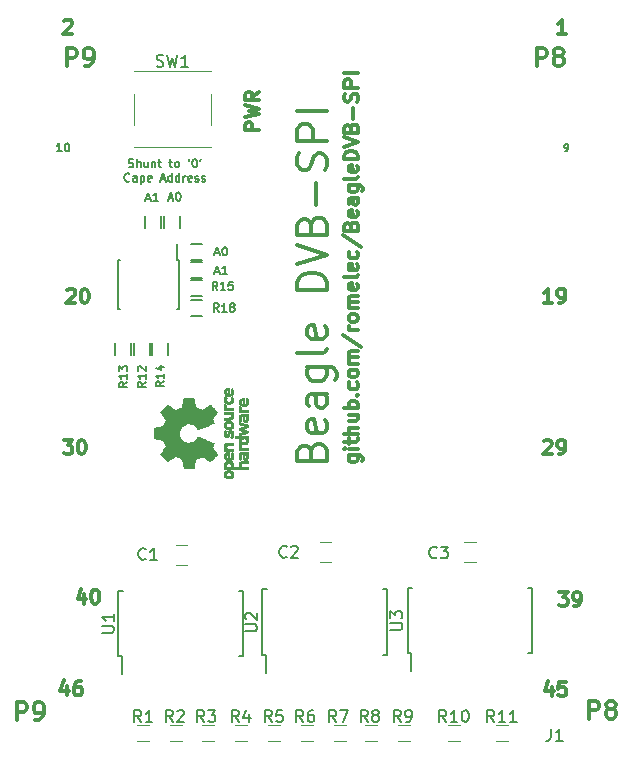
<source format=gto>
G04 #@! TF.FileFunction,Legend,Top*
%FSLAX46Y46*%
G04 Gerber Fmt 4.6, Leading zero omitted, Abs format (unit mm)*
G04 Created by KiCad (PCBNEW 4.0.7) date 10/18/17 23:54:45*
%MOMM*%
%LPD*%
G01*
G04 APERTURE LIST*
%ADD10C,0.150000*%
%ADD11C,0.300000*%
%ADD12C,0.155000*%
%ADD13C,0.120000*%
%ADD14C,0.010000*%
G04 APERTURE END LIST*
D10*
D11*
X144967357Y-98845283D02*
X145938786Y-98845283D01*
X146053071Y-98902426D01*
X146110214Y-98959569D01*
X146167357Y-99073854D01*
X146167357Y-99245283D01*
X146110214Y-99359569D01*
X145710214Y-98845283D02*
X145767357Y-98959569D01*
X145767357Y-99188140D01*
X145710214Y-99302426D01*
X145653071Y-99359569D01*
X145538786Y-99416712D01*
X145195929Y-99416712D01*
X145081643Y-99359569D01*
X145024500Y-99302426D01*
X144967357Y-99188140D01*
X144967357Y-98959569D01*
X145024500Y-98845283D01*
X145767357Y-98273855D02*
X144967357Y-98273855D01*
X144567357Y-98273855D02*
X144624500Y-98330998D01*
X144681643Y-98273855D01*
X144624500Y-98216712D01*
X144567357Y-98273855D01*
X144681643Y-98273855D01*
X144967357Y-97873854D02*
X144967357Y-97416711D01*
X144567357Y-97702426D02*
X145595929Y-97702426D01*
X145710214Y-97645283D01*
X145767357Y-97530997D01*
X145767357Y-97416711D01*
X145767357Y-97016712D02*
X144567357Y-97016712D01*
X145767357Y-96502426D02*
X145138786Y-96502426D01*
X145024500Y-96559569D01*
X144967357Y-96673855D01*
X144967357Y-96845283D01*
X145024500Y-96959569D01*
X145081643Y-97016712D01*
X144967357Y-95416712D02*
X145767357Y-95416712D01*
X144967357Y-95930998D02*
X145595929Y-95930998D01*
X145710214Y-95873855D01*
X145767357Y-95759569D01*
X145767357Y-95588141D01*
X145710214Y-95473855D01*
X145653071Y-95416712D01*
X145767357Y-94845284D02*
X144567357Y-94845284D01*
X145024500Y-94845284D02*
X144967357Y-94730998D01*
X144967357Y-94502427D01*
X145024500Y-94388141D01*
X145081643Y-94330998D01*
X145195929Y-94273855D01*
X145538786Y-94273855D01*
X145653071Y-94330998D01*
X145710214Y-94388141D01*
X145767357Y-94502427D01*
X145767357Y-94730998D01*
X145710214Y-94845284D01*
X145653071Y-93759570D02*
X145710214Y-93702427D01*
X145767357Y-93759570D01*
X145710214Y-93816713D01*
X145653071Y-93759570D01*
X145767357Y-93759570D01*
X145710214Y-92673855D02*
X145767357Y-92788141D01*
X145767357Y-93016712D01*
X145710214Y-93130998D01*
X145653071Y-93188141D01*
X145538786Y-93245284D01*
X145195929Y-93245284D01*
X145081643Y-93188141D01*
X145024500Y-93130998D01*
X144967357Y-93016712D01*
X144967357Y-92788141D01*
X145024500Y-92673855D01*
X145767357Y-91988141D02*
X145710214Y-92102427D01*
X145653071Y-92159570D01*
X145538786Y-92216713D01*
X145195929Y-92216713D01*
X145081643Y-92159570D01*
X145024500Y-92102427D01*
X144967357Y-91988141D01*
X144967357Y-91816713D01*
X145024500Y-91702427D01*
X145081643Y-91645284D01*
X145195929Y-91588141D01*
X145538786Y-91588141D01*
X145653071Y-91645284D01*
X145710214Y-91702427D01*
X145767357Y-91816713D01*
X145767357Y-91988141D01*
X145767357Y-91073856D02*
X144967357Y-91073856D01*
X145081643Y-91073856D02*
X145024500Y-91016713D01*
X144967357Y-90902427D01*
X144967357Y-90730999D01*
X145024500Y-90616713D01*
X145138786Y-90559570D01*
X145767357Y-90559570D01*
X145138786Y-90559570D02*
X145024500Y-90502427D01*
X144967357Y-90388141D01*
X144967357Y-90216713D01*
X145024500Y-90102427D01*
X145138786Y-90045284D01*
X145767357Y-90045284D01*
X144510214Y-88616713D02*
X146053071Y-89645284D01*
X145767357Y-88216713D02*
X144967357Y-88216713D01*
X145195929Y-88216713D02*
X145081643Y-88159570D01*
X145024500Y-88102427D01*
X144967357Y-87988141D01*
X144967357Y-87873856D01*
X145767357Y-87302427D02*
X145710214Y-87416713D01*
X145653071Y-87473856D01*
X145538786Y-87530999D01*
X145195929Y-87530999D01*
X145081643Y-87473856D01*
X145024500Y-87416713D01*
X144967357Y-87302427D01*
X144967357Y-87130999D01*
X145024500Y-87016713D01*
X145081643Y-86959570D01*
X145195929Y-86902427D01*
X145538786Y-86902427D01*
X145653071Y-86959570D01*
X145710214Y-87016713D01*
X145767357Y-87130999D01*
X145767357Y-87302427D01*
X145767357Y-86388142D02*
X144967357Y-86388142D01*
X145081643Y-86388142D02*
X145024500Y-86330999D01*
X144967357Y-86216713D01*
X144967357Y-86045285D01*
X145024500Y-85930999D01*
X145138786Y-85873856D01*
X145767357Y-85873856D01*
X145138786Y-85873856D02*
X145024500Y-85816713D01*
X144967357Y-85702427D01*
X144967357Y-85530999D01*
X145024500Y-85416713D01*
X145138786Y-85359570D01*
X145767357Y-85359570D01*
X145710214Y-84330999D02*
X145767357Y-84445285D01*
X145767357Y-84673856D01*
X145710214Y-84788142D01*
X145595929Y-84845285D01*
X145138786Y-84845285D01*
X145024500Y-84788142D01*
X144967357Y-84673856D01*
X144967357Y-84445285D01*
X145024500Y-84330999D01*
X145138786Y-84273856D01*
X145253071Y-84273856D01*
X145367357Y-84845285D01*
X145767357Y-83588142D02*
X145710214Y-83702428D01*
X145595929Y-83759571D01*
X144567357Y-83759571D01*
X145710214Y-82673857D02*
X145767357Y-82788143D01*
X145767357Y-83016714D01*
X145710214Y-83131000D01*
X145595929Y-83188143D01*
X145138786Y-83188143D01*
X145024500Y-83131000D01*
X144967357Y-83016714D01*
X144967357Y-82788143D01*
X145024500Y-82673857D01*
X145138786Y-82616714D01*
X145253071Y-82616714D01*
X145367357Y-83188143D01*
X145710214Y-81588143D02*
X145767357Y-81702429D01*
X145767357Y-81931000D01*
X145710214Y-82045286D01*
X145653071Y-82102429D01*
X145538786Y-82159572D01*
X145195929Y-82159572D01*
X145081643Y-82102429D01*
X145024500Y-82045286D01*
X144967357Y-81931000D01*
X144967357Y-81702429D01*
X145024500Y-81588143D01*
X144510214Y-80216715D02*
X146053071Y-81245286D01*
X145138786Y-79416715D02*
X145195929Y-79245286D01*
X145253071Y-79188143D01*
X145367357Y-79131000D01*
X145538786Y-79131000D01*
X145653071Y-79188143D01*
X145710214Y-79245286D01*
X145767357Y-79359572D01*
X145767357Y-79816715D01*
X144567357Y-79816715D01*
X144567357Y-79416715D01*
X144624500Y-79302429D01*
X144681643Y-79245286D01*
X144795929Y-79188143D01*
X144910214Y-79188143D01*
X145024500Y-79245286D01*
X145081643Y-79302429D01*
X145138786Y-79416715D01*
X145138786Y-79816715D01*
X145710214Y-78159572D02*
X145767357Y-78273858D01*
X145767357Y-78502429D01*
X145710214Y-78616715D01*
X145595929Y-78673858D01*
X145138786Y-78673858D01*
X145024500Y-78616715D01*
X144967357Y-78502429D01*
X144967357Y-78273858D01*
X145024500Y-78159572D01*
X145138786Y-78102429D01*
X145253071Y-78102429D01*
X145367357Y-78673858D01*
X145767357Y-77073858D02*
X145138786Y-77073858D01*
X145024500Y-77131001D01*
X144967357Y-77245287D01*
X144967357Y-77473858D01*
X145024500Y-77588144D01*
X145710214Y-77073858D02*
X145767357Y-77188144D01*
X145767357Y-77473858D01*
X145710214Y-77588144D01*
X145595929Y-77645287D01*
X145481643Y-77645287D01*
X145367357Y-77588144D01*
X145310214Y-77473858D01*
X145310214Y-77188144D01*
X145253071Y-77073858D01*
X144967357Y-75988144D02*
X145938786Y-75988144D01*
X146053071Y-76045287D01*
X146110214Y-76102430D01*
X146167357Y-76216715D01*
X146167357Y-76388144D01*
X146110214Y-76502430D01*
X145710214Y-75988144D02*
X145767357Y-76102430D01*
X145767357Y-76331001D01*
X145710214Y-76445287D01*
X145653071Y-76502430D01*
X145538786Y-76559573D01*
X145195929Y-76559573D01*
X145081643Y-76502430D01*
X145024500Y-76445287D01*
X144967357Y-76331001D01*
X144967357Y-76102430D01*
X145024500Y-75988144D01*
X145767357Y-75245287D02*
X145710214Y-75359573D01*
X145595929Y-75416716D01*
X144567357Y-75416716D01*
X145710214Y-74331002D02*
X145767357Y-74445288D01*
X145767357Y-74673859D01*
X145710214Y-74788145D01*
X145595929Y-74845288D01*
X145138786Y-74845288D01*
X145024500Y-74788145D01*
X144967357Y-74673859D01*
X144967357Y-74445288D01*
X145024500Y-74331002D01*
X145138786Y-74273859D01*
X145253071Y-74273859D01*
X145367357Y-74845288D01*
X145767357Y-73759574D02*
X144567357Y-73759574D01*
X144567357Y-73473859D01*
X144624500Y-73302431D01*
X144738786Y-73188145D01*
X144853071Y-73131002D01*
X145081643Y-73073859D01*
X145253071Y-73073859D01*
X145481643Y-73131002D01*
X145595929Y-73188145D01*
X145710214Y-73302431D01*
X145767357Y-73473859D01*
X145767357Y-73759574D01*
X144567357Y-72731002D02*
X145767357Y-72331002D01*
X144567357Y-71931002D01*
X145138786Y-71131003D02*
X145195929Y-70959574D01*
X145253071Y-70902431D01*
X145367357Y-70845288D01*
X145538786Y-70845288D01*
X145653071Y-70902431D01*
X145710214Y-70959574D01*
X145767357Y-71073860D01*
X145767357Y-71531003D01*
X144567357Y-71531003D01*
X144567357Y-71131003D01*
X144624500Y-71016717D01*
X144681643Y-70959574D01*
X144795929Y-70902431D01*
X144910214Y-70902431D01*
X145024500Y-70959574D01*
X145081643Y-71016717D01*
X145138786Y-71131003D01*
X145138786Y-71531003D01*
X145310214Y-70331003D02*
X145310214Y-69416717D01*
X145710214Y-68902432D02*
X145767357Y-68731003D01*
X145767357Y-68445289D01*
X145710214Y-68331003D01*
X145653071Y-68273860D01*
X145538786Y-68216717D01*
X145424500Y-68216717D01*
X145310214Y-68273860D01*
X145253071Y-68331003D01*
X145195929Y-68445289D01*
X145138786Y-68673860D01*
X145081643Y-68788146D01*
X145024500Y-68845289D01*
X144910214Y-68902432D01*
X144795929Y-68902432D01*
X144681643Y-68845289D01*
X144624500Y-68788146D01*
X144567357Y-68673860D01*
X144567357Y-68388146D01*
X144624500Y-68216717D01*
X145767357Y-67702432D02*
X144567357Y-67702432D01*
X144567357Y-67245289D01*
X144624500Y-67131003D01*
X144681643Y-67073860D01*
X144795929Y-67016717D01*
X144967357Y-67016717D01*
X145081643Y-67073860D01*
X145138786Y-67131003D01*
X145195929Y-67245289D01*
X145195929Y-67702432D01*
X145767357Y-66502432D02*
X144567357Y-66502432D01*
X137385357Y-71323000D02*
X136185357Y-71323000D01*
X136185357Y-70865857D01*
X136242500Y-70751571D01*
X136299643Y-70694428D01*
X136413929Y-70637285D01*
X136585357Y-70637285D01*
X136699643Y-70694428D01*
X136756786Y-70751571D01*
X136813929Y-70865857D01*
X136813929Y-71323000D01*
X136185357Y-70237285D02*
X137385357Y-69951571D01*
X136528214Y-69723000D01*
X137385357Y-69494428D01*
X136185357Y-69208714D01*
X137385357Y-68065856D02*
X136813929Y-68465856D01*
X137385357Y-68751571D02*
X136185357Y-68751571D01*
X136185357Y-68294428D01*
X136242500Y-68180142D01*
X136299643Y-68122999D01*
X136413929Y-68065856D01*
X136585357Y-68065856D01*
X136699643Y-68122999D01*
X136756786Y-68180142D01*
X136813929Y-68294428D01*
X136813929Y-68751571D01*
X141807429Y-98506595D02*
X141926476Y-98149452D01*
X142045524Y-98030404D01*
X142283619Y-97911356D01*
X142640762Y-97911356D01*
X142878857Y-98030404D01*
X142997905Y-98149452D01*
X143116952Y-98387547D01*
X143116952Y-99339928D01*
X140616952Y-99339928D01*
X140616952Y-98506595D01*
X140736000Y-98268499D01*
X140855048Y-98149452D01*
X141093143Y-98030404D01*
X141331238Y-98030404D01*
X141569333Y-98149452D01*
X141688381Y-98268499D01*
X141807429Y-98506595D01*
X141807429Y-99339928D01*
X142997905Y-95887547D02*
X143116952Y-96125642D01*
X143116952Y-96601833D01*
X142997905Y-96839928D01*
X142759810Y-96958976D01*
X141807429Y-96958976D01*
X141569333Y-96839928D01*
X141450286Y-96601833D01*
X141450286Y-96125642D01*
X141569333Y-95887547D01*
X141807429Y-95768499D01*
X142045524Y-95768499D01*
X142283619Y-96958976D01*
X143116952Y-93625642D02*
X141807429Y-93625642D01*
X141569333Y-93744690D01*
X141450286Y-93982785D01*
X141450286Y-94458976D01*
X141569333Y-94697071D01*
X142997905Y-93625642D02*
X143116952Y-93863738D01*
X143116952Y-94458976D01*
X142997905Y-94697071D01*
X142759810Y-94816119D01*
X142521714Y-94816119D01*
X142283619Y-94697071D01*
X142164571Y-94458976D01*
X142164571Y-93863738D01*
X142045524Y-93625642D01*
X141450286Y-91363737D02*
X143474095Y-91363737D01*
X143712190Y-91482785D01*
X143831238Y-91601833D01*
X143950286Y-91839928D01*
X143950286Y-92197071D01*
X143831238Y-92435166D01*
X142997905Y-91363737D02*
X143116952Y-91601833D01*
X143116952Y-92078023D01*
X142997905Y-92316118D01*
X142878857Y-92435166D01*
X142640762Y-92554214D01*
X141926476Y-92554214D01*
X141688381Y-92435166D01*
X141569333Y-92316118D01*
X141450286Y-92078023D01*
X141450286Y-91601833D01*
X141569333Y-91363737D01*
X143116952Y-89816118D02*
X142997905Y-90054213D01*
X142759810Y-90173261D01*
X140616952Y-90173261D01*
X142997905Y-87911356D02*
X143116952Y-88149451D01*
X143116952Y-88625642D01*
X142997905Y-88863737D01*
X142759810Y-88982785D01*
X141807429Y-88982785D01*
X141569333Y-88863737D01*
X141450286Y-88625642D01*
X141450286Y-88149451D01*
X141569333Y-87911356D01*
X141807429Y-87792308D01*
X142045524Y-87792308D01*
X142283619Y-88982785D01*
X143116952Y-84816118D02*
X140616952Y-84816118D01*
X140616952Y-84220880D01*
X140736000Y-83863737D01*
X140974095Y-83625642D01*
X141212190Y-83506594D01*
X141688381Y-83387546D01*
X142045524Y-83387546D01*
X142521714Y-83506594D01*
X142759810Y-83625642D01*
X142997905Y-83863737D01*
X143116952Y-84220880D01*
X143116952Y-84816118D01*
X140616952Y-82673261D02*
X143116952Y-81839927D01*
X140616952Y-81006594D01*
X141807429Y-79339928D02*
X141926476Y-78982785D01*
X142045524Y-78863737D01*
X142283619Y-78744689D01*
X142640762Y-78744689D01*
X142878857Y-78863737D01*
X142997905Y-78982785D01*
X143116952Y-79220880D01*
X143116952Y-80173261D01*
X140616952Y-80173261D01*
X140616952Y-79339928D01*
X140736000Y-79101832D01*
X140855048Y-78982785D01*
X141093143Y-78863737D01*
X141331238Y-78863737D01*
X141569333Y-78982785D01*
X141688381Y-79101832D01*
X141807429Y-79339928D01*
X141807429Y-80173261D01*
X142164571Y-77673261D02*
X142164571Y-75768499D01*
X142997905Y-74697071D02*
X143116952Y-74339928D01*
X143116952Y-73744690D01*
X142997905Y-73506594D01*
X142878857Y-73387547D01*
X142640762Y-73268499D01*
X142402667Y-73268499D01*
X142164571Y-73387547D01*
X142045524Y-73506594D01*
X141926476Y-73744690D01*
X141807429Y-74220880D01*
X141688381Y-74458975D01*
X141569333Y-74578023D01*
X141331238Y-74697071D01*
X141093143Y-74697071D01*
X140855048Y-74578023D01*
X140736000Y-74458975D01*
X140616952Y-74220880D01*
X140616952Y-73625642D01*
X140736000Y-73268499D01*
X143116952Y-72197071D02*
X140616952Y-72197071D01*
X140616952Y-71244690D01*
X140736000Y-71006595D01*
X140855048Y-70887547D01*
X141093143Y-70768499D01*
X141450286Y-70768499D01*
X141688381Y-70887547D01*
X141807429Y-71006595D01*
X141926476Y-71244690D01*
X141926476Y-72197071D01*
X143116952Y-69697071D02*
X140616952Y-69697071D01*
X116875858Y-121265071D02*
X116875858Y-119765071D01*
X117447286Y-119765071D01*
X117590144Y-119836500D01*
X117661572Y-119907929D01*
X117733001Y-120050786D01*
X117733001Y-120265071D01*
X117661572Y-120407929D01*
X117590144Y-120479357D01*
X117447286Y-120550786D01*
X116875858Y-120550786D01*
X118447286Y-121265071D02*
X118733001Y-121265071D01*
X118875858Y-121193643D01*
X118947286Y-121122214D01*
X119090144Y-120907929D01*
X119161572Y-120622214D01*
X119161572Y-120050786D01*
X119090144Y-119907929D01*
X119018715Y-119836500D01*
X118875858Y-119765071D01*
X118590144Y-119765071D01*
X118447286Y-119836500D01*
X118375858Y-119907929D01*
X118304429Y-120050786D01*
X118304429Y-120407929D01*
X118375858Y-120550786D01*
X118447286Y-120622214D01*
X118590144Y-120693643D01*
X118875858Y-120693643D01*
X119018715Y-120622214D01*
X119090144Y-120550786D01*
X119161572Y-120407929D01*
X121092858Y-65878571D02*
X121092858Y-64378571D01*
X121664286Y-64378571D01*
X121807144Y-64450000D01*
X121878572Y-64521429D01*
X121950001Y-64664286D01*
X121950001Y-64878571D01*
X121878572Y-65021429D01*
X121807144Y-65092857D01*
X121664286Y-65164286D01*
X121092858Y-65164286D01*
X122664286Y-65878571D02*
X122950001Y-65878571D01*
X123092858Y-65807143D01*
X123164286Y-65735714D01*
X123307144Y-65521429D01*
X123378572Y-65235714D01*
X123378572Y-64664286D01*
X123307144Y-64521429D01*
X123235715Y-64450000D01*
X123092858Y-64378571D01*
X122807144Y-64378571D01*
X122664286Y-64450000D01*
X122592858Y-64521429D01*
X122521429Y-64664286D01*
X122521429Y-65021429D01*
X122592858Y-65164286D01*
X122664286Y-65235714D01*
X122807144Y-65307143D01*
X123092858Y-65307143D01*
X123235715Y-65235714D01*
X123307144Y-65164286D01*
X123378572Y-65021429D01*
X160892858Y-65878571D02*
X160892858Y-64378571D01*
X161464286Y-64378571D01*
X161607144Y-64450000D01*
X161678572Y-64521429D01*
X161750001Y-64664286D01*
X161750001Y-64878571D01*
X161678572Y-65021429D01*
X161607144Y-65092857D01*
X161464286Y-65164286D01*
X160892858Y-65164286D01*
X162607144Y-65021429D02*
X162464286Y-64950000D01*
X162392858Y-64878571D01*
X162321429Y-64735714D01*
X162321429Y-64664286D01*
X162392858Y-64521429D01*
X162464286Y-64450000D01*
X162607144Y-64378571D01*
X162892858Y-64378571D01*
X163035715Y-64450000D01*
X163107144Y-64521429D01*
X163178572Y-64664286D01*
X163178572Y-64735714D01*
X163107144Y-64878571D01*
X163035715Y-64950000D01*
X162892858Y-65021429D01*
X162607144Y-65021429D01*
X162464286Y-65092857D01*
X162392858Y-65164286D01*
X162321429Y-65307143D01*
X162321429Y-65592857D01*
X162392858Y-65735714D01*
X162464286Y-65807143D01*
X162607144Y-65878571D01*
X162892858Y-65878571D01*
X163035715Y-65807143D01*
X163107144Y-65735714D01*
X163178572Y-65592857D01*
X163178572Y-65307143D01*
X163107144Y-65164286D01*
X163035715Y-65092857D01*
X162892858Y-65021429D01*
X165326358Y-121138071D02*
X165326358Y-119638071D01*
X165897786Y-119638071D01*
X166040644Y-119709500D01*
X166112072Y-119780929D01*
X166183501Y-119923786D01*
X166183501Y-120138071D01*
X166112072Y-120280929D01*
X166040644Y-120352357D01*
X165897786Y-120423786D01*
X165326358Y-120423786D01*
X167040644Y-120280929D02*
X166897786Y-120209500D01*
X166826358Y-120138071D01*
X166754929Y-119995214D01*
X166754929Y-119923786D01*
X166826358Y-119780929D01*
X166897786Y-119709500D01*
X167040644Y-119638071D01*
X167326358Y-119638071D01*
X167469215Y-119709500D01*
X167540644Y-119780929D01*
X167612072Y-119923786D01*
X167612072Y-119995214D01*
X167540644Y-120138071D01*
X167469215Y-120209500D01*
X167326358Y-120280929D01*
X167040644Y-120280929D01*
X166897786Y-120352357D01*
X166826358Y-120423786D01*
X166754929Y-120566643D01*
X166754929Y-120852357D01*
X166826358Y-120995214D01*
X166897786Y-121066643D01*
X167040644Y-121138071D01*
X167326358Y-121138071D01*
X167469215Y-121066643D01*
X167540644Y-120995214D01*
X167612072Y-120852357D01*
X167612072Y-120566643D01*
X167540644Y-120423786D01*
X167469215Y-120352357D01*
X167326358Y-120280929D01*
X163342858Y-63142857D02*
X162657143Y-63142857D01*
X163000001Y-63142857D02*
X163000001Y-61942857D01*
X162885715Y-62114286D01*
X162771429Y-62228571D01*
X162657143Y-62285714D01*
X162171429Y-85942857D02*
X161485714Y-85942857D01*
X161828572Y-85942857D02*
X161828572Y-84742857D01*
X161714286Y-84914286D01*
X161600000Y-85028571D01*
X161485714Y-85085714D01*
X162742857Y-85942857D02*
X162971429Y-85942857D01*
X163085714Y-85885714D01*
X163142857Y-85828571D01*
X163257143Y-85657143D01*
X163314286Y-85428571D01*
X163314286Y-84971429D01*
X163257143Y-84857143D01*
X163200000Y-84800000D01*
X163085714Y-84742857D01*
X162857143Y-84742857D01*
X162742857Y-84800000D01*
X162685714Y-84857143D01*
X162628571Y-84971429D01*
X162628571Y-85257143D01*
X162685714Y-85371429D01*
X162742857Y-85428571D01*
X162857143Y-85485714D01*
X163085714Y-85485714D01*
X163200000Y-85428571D01*
X163257143Y-85371429D01*
X163314286Y-85257143D01*
X161485714Y-97657143D02*
X161542857Y-97600000D01*
X161657143Y-97542857D01*
X161942857Y-97542857D01*
X162057143Y-97600000D01*
X162114286Y-97657143D01*
X162171429Y-97771429D01*
X162171429Y-97885714D01*
X162114286Y-98057143D01*
X161428572Y-98742857D01*
X162171429Y-98742857D01*
X162742857Y-98742857D02*
X162971429Y-98742857D01*
X163085714Y-98685714D01*
X163142857Y-98628571D01*
X163257143Y-98457143D01*
X163314286Y-98228571D01*
X163314286Y-97771429D01*
X163257143Y-97657143D01*
X163200000Y-97600000D01*
X163085714Y-97542857D01*
X162857143Y-97542857D01*
X162742857Y-97600000D01*
X162685714Y-97657143D01*
X162628571Y-97771429D01*
X162628571Y-98057143D01*
X162685714Y-98171429D01*
X162742857Y-98228571D01*
X162857143Y-98285714D01*
X163085714Y-98285714D01*
X163200000Y-98228571D01*
X163257143Y-98171429D01*
X163314286Y-98057143D01*
X162762072Y-110406357D02*
X163504929Y-110406357D01*
X163104929Y-110863500D01*
X163276357Y-110863500D01*
X163390643Y-110920643D01*
X163447786Y-110977786D01*
X163504929Y-111092071D01*
X163504929Y-111377786D01*
X163447786Y-111492071D01*
X163390643Y-111549214D01*
X163276357Y-111606357D01*
X162933500Y-111606357D01*
X162819214Y-111549214D01*
X162762072Y-111492071D01*
X164076357Y-111606357D02*
X164304929Y-111606357D01*
X164419214Y-111549214D01*
X164476357Y-111492071D01*
X164590643Y-111320643D01*
X164647786Y-111092071D01*
X164647786Y-110634929D01*
X164590643Y-110520643D01*
X164533500Y-110463500D01*
X164419214Y-110406357D01*
X164190643Y-110406357D01*
X164076357Y-110463500D01*
X164019214Y-110520643D01*
X163962071Y-110634929D01*
X163962071Y-110920643D01*
X164019214Y-111034929D01*
X164076357Y-111092071D01*
X164190643Y-111149214D01*
X164419214Y-111149214D01*
X164533500Y-111092071D01*
X164590643Y-111034929D01*
X164647786Y-110920643D01*
X162153643Y-118424357D02*
X162153643Y-119224357D01*
X161867929Y-117967214D02*
X161582214Y-118824357D01*
X162325072Y-118824357D01*
X163353643Y-118024357D02*
X162782214Y-118024357D01*
X162725071Y-118595786D01*
X162782214Y-118538643D01*
X162896500Y-118481500D01*
X163182214Y-118481500D01*
X163296500Y-118538643D01*
X163353643Y-118595786D01*
X163410786Y-118710071D01*
X163410786Y-118995786D01*
X163353643Y-119110071D01*
X163296500Y-119167214D01*
X163182214Y-119224357D01*
X162896500Y-119224357D01*
X162782214Y-119167214D01*
X162725071Y-119110071D01*
D10*
X163285715Y-73071429D02*
X163400000Y-73071429D01*
X163457143Y-73042857D01*
X163485715Y-73014286D01*
X163542857Y-72928571D01*
X163571429Y-72814286D01*
X163571429Y-72585714D01*
X163542857Y-72528571D01*
X163514286Y-72500000D01*
X163457143Y-72471429D01*
X163342857Y-72471429D01*
X163285715Y-72500000D01*
X163257143Y-72528571D01*
X163228572Y-72585714D01*
X163228572Y-72728571D01*
X163257143Y-72785714D01*
X163285715Y-72814286D01*
X163342857Y-72842857D01*
X163457143Y-72842857D01*
X163514286Y-72814286D01*
X163542857Y-72785714D01*
X163571429Y-72728571D01*
X120666666Y-73116667D02*
X120266666Y-73116667D01*
X120466666Y-73116667D02*
X120466666Y-72416667D01*
X120400000Y-72516667D01*
X120333333Y-72583333D01*
X120266666Y-72616667D01*
X121100000Y-72416667D02*
X121166667Y-72416667D01*
X121233333Y-72450000D01*
X121266667Y-72483333D01*
X121300000Y-72550000D01*
X121333333Y-72683333D01*
X121333333Y-72850000D01*
X121300000Y-72983333D01*
X121266667Y-73050000D01*
X121233333Y-73083333D01*
X121166667Y-73116667D01*
X121100000Y-73116667D01*
X121033333Y-73083333D01*
X121000000Y-73050000D01*
X120966667Y-72983333D01*
X120933333Y-72850000D01*
X120933333Y-72683333D01*
X120966667Y-72550000D01*
X121000000Y-72483333D01*
X121033333Y-72450000D01*
X121100000Y-72416667D01*
D11*
X121132643Y-118360857D02*
X121132643Y-119160857D01*
X120846929Y-117903714D02*
X120561214Y-118760857D01*
X121304072Y-118760857D01*
X122275500Y-117960857D02*
X122046929Y-117960857D01*
X121932643Y-118018000D01*
X121875500Y-118075143D01*
X121761214Y-118246571D01*
X121704071Y-118475143D01*
X121704071Y-118932286D01*
X121761214Y-119046571D01*
X121818357Y-119103714D01*
X121932643Y-119160857D01*
X122161214Y-119160857D01*
X122275500Y-119103714D01*
X122332643Y-119046571D01*
X122389786Y-118932286D01*
X122389786Y-118646571D01*
X122332643Y-118532286D01*
X122275500Y-118475143D01*
X122161214Y-118418000D01*
X121932643Y-118418000D01*
X121818357Y-118475143D01*
X121761214Y-118532286D01*
X121704071Y-118646571D01*
X122590643Y-110606357D02*
X122590643Y-111406357D01*
X122304929Y-110149214D02*
X122019214Y-111006357D01*
X122762072Y-111006357D01*
X123447786Y-110206357D02*
X123562071Y-110206357D01*
X123676357Y-110263500D01*
X123733500Y-110320643D01*
X123790643Y-110434929D01*
X123847786Y-110663500D01*
X123847786Y-110949214D01*
X123790643Y-111177786D01*
X123733500Y-111292071D01*
X123676357Y-111349214D01*
X123562071Y-111406357D01*
X123447786Y-111406357D01*
X123333500Y-111349214D01*
X123276357Y-111292071D01*
X123219214Y-111177786D01*
X123162071Y-110949214D01*
X123162071Y-110663500D01*
X123219214Y-110434929D01*
X123276357Y-110320643D01*
X123333500Y-110263500D01*
X123447786Y-110206357D01*
X120828572Y-97542857D02*
X121571429Y-97542857D01*
X121171429Y-98000000D01*
X121342857Y-98000000D01*
X121457143Y-98057143D01*
X121514286Y-98114286D01*
X121571429Y-98228571D01*
X121571429Y-98514286D01*
X121514286Y-98628571D01*
X121457143Y-98685714D01*
X121342857Y-98742857D01*
X121000000Y-98742857D01*
X120885714Y-98685714D01*
X120828572Y-98628571D01*
X122314286Y-97542857D02*
X122428571Y-97542857D01*
X122542857Y-97600000D01*
X122600000Y-97657143D01*
X122657143Y-97771429D01*
X122714286Y-98000000D01*
X122714286Y-98285714D01*
X122657143Y-98514286D01*
X122600000Y-98628571D01*
X122542857Y-98685714D01*
X122428571Y-98742857D01*
X122314286Y-98742857D01*
X122200000Y-98685714D01*
X122142857Y-98628571D01*
X122085714Y-98514286D01*
X122028571Y-98285714D01*
X122028571Y-98000000D01*
X122085714Y-97771429D01*
X122142857Y-97657143D01*
X122200000Y-97600000D01*
X122314286Y-97542857D01*
X121132714Y-84864643D02*
X121189857Y-84807500D01*
X121304143Y-84750357D01*
X121589857Y-84750357D01*
X121704143Y-84807500D01*
X121761286Y-84864643D01*
X121818429Y-84978929D01*
X121818429Y-85093214D01*
X121761286Y-85264643D01*
X121075572Y-85950357D01*
X121818429Y-85950357D01*
X122561286Y-84750357D02*
X122675571Y-84750357D01*
X122789857Y-84807500D01*
X122847000Y-84864643D01*
X122904143Y-84978929D01*
X122961286Y-85207500D01*
X122961286Y-85493214D01*
X122904143Y-85721786D01*
X122847000Y-85836071D01*
X122789857Y-85893214D01*
X122675571Y-85950357D01*
X122561286Y-85950357D01*
X122447000Y-85893214D01*
X122389857Y-85836071D01*
X122332714Y-85721786D01*
X122275571Y-85493214D01*
X122275571Y-85207500D01*
X122332714Y-84978929D01*
X122389857Y-84864643D01*
X122447000Y-84807500D01*
X122561286Y-84750357D01*
X120857143Y-62057143D02*
X120914286Y-62000000D01*
X121028572Y-61942857D01*
X121314286Y-61942857D01*
X121428572Y-62000000D01*
X121485715Y-62057143D01*
X121542858Y-62171429D01*
X121542858Y-62285714D01*
X121485715Y-62457143D01*
X120800001Y-63142857D01*
X121542858Y-63142857D01*
D10*
X127833500Y-77142167D02*
X128166834Y-77142167D01*
X127766834Y-77342167D02*
X128000167Y-76642167D01*
X128233500Y-77342167D01*
X128833500Y-77342167D02*
X128433500Y-77342167D01*
X128633500Y-77342167D02*
X128633500Y-76642167D01*
X128566834Y-76742167D01*
X128500167Y-76808833D01*
X128433500Y-76842167D01*
X129738500Y-77078667D02*
X130071834Y-77078667D01*
X129671834Y-77278667D02*
X129905167Y-76578667D01*
X130138500Y-77278667D01*
X130505167Y-76578667D02*
X130571834Y-76578667D01*
X130638500Y-76612000D01*
X130671834Y-76645333D01*
X130705167Y-76712000D01*
X130738500Y-76845333D01*
X130738500Y-77012000D01*
X130705167Y-77145333D01*
X130671834Y-77212000D01*
X130638500Y-77245333D01*
X130571834Y-77278667D01*
X130505167Y-77278667D01*
X130438500Y-77245333D01*
X130405167Y-77212000D01*
X130371834Y-77145333D01*
X130338500Y-77012000D01*
X130338500Y-76845333D01*
X130371834Y-76712000D01*
X130405167Y-76645333D01*
X130438500Y-76612000D01*
X130505167Y-76578667D01*
D12*
X126346334Y-74420333D02*
X126446334Y-74453667D01*
X126613001Y-74453667D01*
X126679668Y-74420333D01*
X126713001Y-74387000D01*
X126746334Y-74320333D01*
X126746334Y-74253667D01*
X126713001Y-74187000D01*
X126679668Y-74153667D01*
X126613001Y-74120333D01*
X126479668Y-74087000D01*
X126413001Y-74053667D01*
X126379668Y-74020333D01*
X126346334Y-73953667D01*
X126346334Y-73887000D01*
X126379668Y-73820333D01*
X126413001Y-73787000D01*
X126479668Y-73753667D01*
X126646334Y-73753667D01*
X126746334Y-73787000D01*
X127046335Y-74453667D02*
X127046335Y-73753667D01*
X127346335Y-74453667D02*
X127346335Y-74087000D01*
X127313001Y-74020333D01*
X127246335Y-73987000D01*
X127146335Y-73987000D01*
X127079668Y-74020333D01*
X127046335Y-74053667D01*
X127979668Y-73987000D02*
X127979668Y-74453667D01*
X127679668Y-73987000D02*
X127679668Y-74353667D01*
X127713001Y-74420333D01*
X127779668Y-74453667D01*
X127879668Y-74453667D01*
X127946334Y-74420333D01*
X127979668Y-74387000D01*
X128313001Y-73987000D02*
X128313001Y-74453667D01*
X128313001Y-74053667D02*
X128346334Y-74020333D01*
X128413001Y-73987000D01*
X128513001Y-73987000D01*
X128579667Y-74020333D01*
X128613001Y-74087000D01*
X128613001Y-74453667D01*
X128846334Y-73987000D02*
X129113000Y-73987000D01*
X128946334Y-73753667D02*
X128946334Y-74353667D01*
X128979667Y-74420333D01*
X129046334Y-74453667D01*
X129113000Y-74453667D01*
X129779667Y-73987000D02*
X130046333Y-73987000D01*
X129879667Y-73753667D02*
X129879667Y-74353667D01*
X129913000Y-74420333D01*
X129979667Y-74453667D01*
X130046333Y-74453667D01*
X130379667Y-74453667D02*
X130313000Y-74420333D01*
X130279667Y-74387000D01*
X130246333Y-74320333D01*
X130246333Y-74120333D01*
X130279667Y-74053667D01*
X130313000Y-74020333D01*
X130379667Y-73987000D01*
X130479667Y-73987000D01*
X130546333Y-74020333D01*
X130579667Y-74053667D01*
X130613000Y-74120333D01*
X130613000Y-74320333D01*
X130579667Y-74387000D01*
X130546333Y-74420333D01*
X130479667Y-74453667D01*
X130379667Y-74453667D01*
X131479666Y-73753667D02*
X131412999Y-73887000D01*
X131912999Y-73753667D02*
X131979666Y-73753667D01*
X132046332Y-73787000D01*
X132079666Y-73820333D01*
X132112999Y-73887000D01*
X132146332Y-74020333D01*
X132146332Y-74187000D01*
X132112999Y-74320333D01*
X132079666Y-74387000D01*
X132046332Y-74420333D01*
X131979666Y-74453667D01*
X131912999Y-74453667D01*
X131846332Y-74420333D01*
X131812999Y-74387000D01*
X131779666Y-74320333D01*
X131746332Y-74187000D01*
X131746332Y-74020333D01*
X131779666Y-73887000D01*
X131812999Y-73820333D01*
X131846332Y-73787000D01*
X131912999Y-73753667D01*
X132479666Y-73753667D02*
X132412999Y-73887000D01*
X126413001Y-75592000D02*
X126379667Y-75625333D01*
X126279667Y-75658667D01*
X126213001Y-75658667D01*
X126113001Y-75625333D01*
X126046334Y-75558667D01*
X126013001Y-75492000D01*
X125979667Y-75358667D01*
X125979667Y-75258667D01*
X126013001Y-75125333D01*
X126046334Y-75058667D01*
X126113001Y-74992000D01*
X126213001Y-74958667D01*
X126279667Y-74958667D01*
X126379667Y-74992000D01*
X126413001Y-75025333D01*
X127013001Y-75658667D02*
X127013001Y-75292000D01*
X126979667Y-75225333D01*
X126913001Y-75192000D01*
X126779667Y-75192000D01*
X126713001Y-75225333D01*
X127013001Y-75625333D02*
X126946334Y-75658667D01*
X126779667Y-75658667D01*
X126713001Y-75625333D01*
X126679667Y-75558667D01*
X126679667Y-75492000D01*
X126713001Y-75425333D01*
X126779667Y-75392000D01*
X126946334Y-75392000D01*
X127013001Y-75358667D01*
X127346334Y-75192000D02*
X127346334Y-75892000D01*
X127346334Y-75225333D02*
X127413000Y-75192000D01*
X127546334Y-75192000D01*
X127613000Y-75225333D01*
X127646334Y-75258667D01*
X127679667Y-75325333D01*
X127679667Y-75525333D01*
X127646334Y-75592000D01*
X127613000Y-75625333D01*
X127546334Y-75658667D01*
X127413000Y-75658667D01*
X127346334Y-75625333D01*
X128246333Y-75625333D02*
X128179667Y-75658667D01*
X128046333Y-75658667D01*
X127979667Y-75625333D01*
X127946333Y-75558667D01*
X127946333Y-75292000D01*
X127979667Y-75225333D01*
X128046333Y-75192000D01*
X128179667Y-75192000D01*
X128246333Y-75225333D01*
X128279667Y-75292000D01*
X128279667Y-75358667D01*
X127946333Y-75425333D01*
X129079666Y-75458667D02*
X129413000Y-75458667D01*
X129013000Y-75658667D02*
X129246333Y-74958667D01*
X129479666Y-75658667D01*
X130013000Y-75658667D02*
X130013000Y-74958667D01*
X130013000Y-75625333D02*
X129946333Y-75658667D01*
X129813000Y-75658667D01*
X129746333Y-75625333D01*
X129713000Y-75592000D01*
X129679666Y-75525333D01*
X129679666Y-75325333D01*
X129713000Y-75258667D01*
X129746333Y-75225333D01*
X129813000Y-75192000D01*
X129946333Y-75192000D01*
X130013000Y-75225333D01*
X130646333Y-75658667D02*
X130646333Y-74958667D01*
X130646333Y-75625333D02*
X130579666Y-75658667D01*
X130446333Y-75658667D01*
X130379666Y-75625333D01*
X130346333Y-75592000D01*
X130312999Y-75525333D01*
X130312999Y-75325333D01*
X130346333Y-75258667D01*
X130379666Y-75225333D01*
X130446333Y-75192000D01*
X130579666Y-75192000D01*
X130646333Y-75225333D01*
X130979666Y-75658667D02*
X130979666Y-75192000D01*
X130979666Y-75325333D02*
X131012999Y-75258667D01*
X131046332Y-75225333D01*
X131112999Y-75192000D01*
X131179666Y-75192000D01*
X131679665Y-75625333D02*
X131612999Y-75658667D01*
X131479665Y-75658667D01*
X131412999Y-75625333D01*
X131379665Y-75558667D01*
X131379665Y-75292000D01*
X131412999Y-75225333D01*
X131479665Y-75192000D01*
X131612999Y-75192000D01*
X131679665Y-75225333D01*
X131712999Y-75292000D01*
X131712999Y-75358667D01*
X131379665Y-75425333D01*
X131979665Y-75625333D02*
X132046332Y-75658667D01*
X132179665Y-75658667D01*
X132246332Y-75625333D01*
X132279665Y-75558667D01*
X132279665Y-75525333D01*
X132246332Y-75458667D01*
X132179665Y-75425333D01*
X132079665Y-75425333D01*
X132012999Y-75392000D01*
X131979665Y-75325333D01*
X131979665Y-75292000D01*
X132012999Y-75225333D01*
X132079665Y-75192000D01*
X132179665Y-75192000D01*
X132246332Y-75225333D01*
X132546332Y-75625333D02*
X132612999Y-75658667D01*
X132746332Y-75658667D01*
X132812999Y-75625333D01*
X132846332Y-75558667D01*
X132846332Y-75525333D01*
X132812999Y-75458667D01*
X132746332Y-75425333D01*
X132646332Y-75425333D01*
X132579666Y-75392000D01*
X132546332Y-75325333D01*
X132546332Y-75292000D01*
X132579666Y-75225333D01*
X132646332Y-75192000D01*
X132746332Y-75192000D01*
X132812999Y-75225333D01*
D10*
X133675500Y-83301667D02*
X134008834Y-83301667D01*
X133608834Y-83501667D02*
X133842167Y-82801667D01*
X134075500Y-83501667D01*
X134675500Y-83501667D02*
X134275500Y-83501667D01*
X134475500Y-83501667D02*
X134475500Y-82801667D01*
X134408834Y-82901667D01*
X134342167Y-82968333D01*
X134275500Y-83001667D01*
X133675500Y-81714167D02*
X134008834Y-81714167D01*
X133608834Y-81914167D02*
X133842167Y-81214167D01*
X134075500Y-81914167D01*
X134442167Y-81214167D02*
X134508834Y-81214167D01*
X134575500Y-81247500D01*
X134608834Y-81280833D01*
X134642167Y-81347500D01*
X134675500Y-81480833D01*
X134675500Y-81647500D01*
X134642167Y-81780833D01*
X134608834Y-81847500D01*
X134575500Y-81880833D01*
X134508834Y-81914167D01*
X134442167Y-81914167D01*
X134375500Y-81880833D01*
X134342167Y-81847500D01*
X134308834Y-81780833D01*
X134275500Y-81647500D01*
X134275500Y-81480833D01*
X134308834Y-81347500D01*
X134342167Y-81280833D01*
X134375500Y-81247500D01*
X134442167Y-81214167D01*
D13*
X136326500Y-123044500D02*
X135326500Y-123044500D01*
X135326500Y-121684500D02*
X136326500Y-121684500D01*
D10*
X130591000Y-82316500D02*
X130446000Y-82316500D01*
X130591000Y-86466500D02*
X130446000Y-86466500D01*
X125441000Y-86466500D02*
X125586000Y-86466500D01*
X125441000Y-82316500D02*
X125586000Y-82316500D01*
X130591000Y-82316500D02*
X130591000Y-86466500D01*
X125441000Y-82316500D02*
X125441000Y-86466500D01*
X130446000Y-82316500D02*
X130446000Y-80916500D01*
X126769500Y-90352500D02*
X126769500Y-89352500D01*
X128119500Y-89352500D02*
X128119500Y-90352500D01*
X125182000Y-90352500D02*
X125182000Y-89352500D01*
X126532000Y-89352500D02*
X126532000Y-90352500D01*
X128357000Y-90352500D02*
X128357000Y-89352500D01*
X129707000Y-89352500D02*
X129707000Y-90352500D01*
X132580000Y-85320500D02*
X131580000Y-85320500D01*
X131580000Y-83970500D02*
X132580000Y-83970500D01*
X132580000Y-83796500D02*
X131580000Y-83796500D01*
X131580000Y-82446500D02*
X132580000Y-82446500D01*
X132580000Y-82272500D02*
X131580000Y-82272500D01*
X131580000Y-80922500D02*
X132580000Y-80922500D01*
X131580000Y-85685000D02*
X132580000Y-85685000D01*
X132580000Y-87035000D02*
X131580000Y-87035000D01*
X127722000Y-79557500D02*
X127722000Y-78557500D01*
X129072000Y-78557500D02*
X129072000Y-79557500D01*
X129373000Y-79557500D02*
X129373000Y-78557500D01*
X130723000Y-78557500D02*
X130723000Y-79557500D01*
D13*
X127071500Y-121684500D02*
X128071500Y-121684500D01*
X128071500Y-123044500D02*
X127071500Y-123044500D01*
X130865500Y-123044500D02*
X129865500Y-123044500D01*
X129865500Y-121684500D02*
X130865500Y-121684500D01*
X132532500Y-121684500D02*
X133532500Y-121684500D01*
X133532500Y-123044500D02*
X132532500Y-123044500D01*
X138120500Y-121684500D02*
X139120500Y-121684500D01*
X139120500Y-123044500D02*
X138120500Y-123044500D01*
X141914500Y-123044500D02*
X140914500Y-123044500D01*
X140914500Y-121684500D02*
X141914500Y-121684500D01*
X143708500Y-121684500D02*
X144708500Y-121684500D01*
X144708500Y-123044500D02*
X143708500Y-123044500D01*
X147375500Y-123044500D02*
X146375500Y-123044500D01*
X146375500Y-121684500D02*
X147375500Y-121684500D01*
X149169500Y-121684500D02*
X150169500Y-121684500D01*
X150169500Y-123044500D02*
X149169500Y-123044500D01*
X154360500Y-123044500D02*
X153360500Y-123044500D01*
X153360500Y-121684500D02*
X154360500Y-121684500D01*
X157424500Y-121684500D02*
X158424500Y-121684500D01*
X158424500Y-123044500D02*
X157424500Y-123044500D01*
D10*
X125471500Y-115868500D02*
X125746500Y-115868500D01*
X125471500Y-110318500D02*
X125826500Y-110318500D01*
X136021500Y-110318500D02*
X135666500Y-110318500D01*
X136021500Y-115868500D02*
X135666500Y-115868500D01*
X125471500Y-115868500D02*
X125471500Y-110318500D01*
X136021500Y-115868500D02*
X136021500Y-110318500D01*
X125746500Y-115868500D02*
X125746500Y-117393500D01*
X137663500Y-115741500D02*
X137938500Y-115741500D01*
X137663500Y-110191500D02*
X138018500Y-110191500D01*
X148213500Y-110191500D02*
X147858500Y-110191500D01*
X148213500Y-115741500D02*
X147858500Y-115741500D01*
X137663500Y-115741500D02*
X137663500Y-110191500D01*
X148213500Y-115741500D02*
X148213500Y-110191500D01*
X137938500Y-115741500D02*
X137938500Y-117266500D01*
X149982500Y-115614500D02*
X150257500Y-115614500D01*
X149982500Y-110064500D02*
X150337500Y-110064500D01*
X160532500Y-110064500D02*
X160177500Y-110064500D01*
X160532500Y-115614500D02*
X160177500Y-115614500D01*
X149982500Y-115614500D02*
X149982500Y-110064500D01*
X160532500Y-115614500D02*
X160532500Y-110064500D01*
X150257500Y-115614500D02*
X150257500Y-117139500D01*
D13*
X130310000Y-108101500D02*
X131310000Y-108101500D01*
X131310000Y-106401500D02*
X130310000Y-106401500D01*
X142502000Y-107911000D02*
X143502000Y-107911000D01*
X143502000Y-106211000D02*
X142502000Y-106211000D01*
X154757500Y-107911000D02*
X155757500Y-107911000D01*
X155757500Y-106211000D02*
X154757500Y-106211000D01*
X133278000Y-66302500D02*
X133278000Y-66332500D01*
X133278000Y-72762500D02*
X133278000Y-72732500D01*
X126818000Y-72762500D02*
X126818000Y-72732500D01*
X126818000Y-66332500D02*
X126818000Y-66302500D01*
X133278000Y-68232500D02*
X133278000Y-70832500D01*
X126818000Y-66302500D02*
X133278000Y-66302500D01*
X126818000Y-68232500D02*
X126818000Y-70832500D01*
X126818000Y-72762500D02*
X133278000Y-72762500D01*
D14*
G36*
X134413468Y-99501140D02*
X134430874Y-99465908D01*
X134461206Y-99422460D01*
X134494283Y-99390794D01*
X134535817Y-99369106D01*
X134591522Y-99355597D01*
X134667111Y-99348462D01*
X134768296Y-99345900D01*
X134811797Y-99345750D01*
X134907135Y-99346188D01*
X134975271Y-99348004D01*
X135022418Y-99351955D01*
X135054790Y-99358798D01*
X135078600Y-99369289D01*
X135094843Y-99380204D01*
X135163952Y-99449881D01*
X135205521Y-99531934D01*
X135218023Y-99620450D01*
X135199934Y-99709519D01*
X135187142Y-99737737D01*
X135151931Y-99805290D01*
X135703700Y-99805290D01*
X135678205Y-99755988D01*
X135658480Y-99691027D01*
X135653427Y-99611180D01*
X135662756Y-99531448D01*
X135683714Y-99471235D01*
X135723627Y-99421292D01*
X135780741Y-99378619D01*
X135786605Y-99375410D01*
X135814227Y-99361878D01*
X135842068Y-99351995D01*
X135875794Y-99345191D01*
X135921071Y-99340899D01*
X135983562Y-99338549D01*
X136068935Y-99337572D01*
X136165010Y-99337395D01*
X136471526Y-99337395D01*
X136471526Y-99521211D01*
X135906339Y-99521211D01*
X135863077Y-99572625D01*
X135828472Y-99626034D01*
X135822180Y-99676612D01*
X135838372Y-99727470D01*
X135854227Y-99754575D01*
X135876810Y-99774749D01*
X135910940Y-99789097D01*
X135961434Y-99798724D01*
X136033111Y-99804737D01*
X136130788Y-99808240D01*
X136195802Y-99809474D01*
X136463171Y-99813645D01*
X136468222Y-99901375D01*
X136473273Y-99989106D01*
X134814101Y-99989106D01*
X134814101Y-99805290D01*
X134906600Y-99800604D01*
X134970809Y-99784812D01*
X135010759Y-99755317D01*
X135030480Y-99709520D01*
X135034421Y-99663250D01*
X135029892Y-99610872D01*
X135012069Y-99576110D01*
X134988519Y-99554372D01*
X134963189Y-99537260D01*
X134934969Y-99527073D01*
X134895431Y-99522540D01*
X134836142Y-99522391D01*
X134786498Y-99523916D01*
X134711710Y-99527419D01*
X134662611Y-99532633D01*
X134631467Y-99541413D01*
X134610545Y-99555614D01*
X134598452Y-99569016D01*
X134572081Y-99625013D01*
X134567822Y-99691289D01*
X134576906Y-99729344D01*
X134609196Y-99767023D01*
X134672006Y-99791981D01*
X134764894Y-99804078D01*
X134814101Y-99805290D01*
X134814101Y-99989106D01*
X134399421Y-99989106D01*
X134399421Y-99897198D01*
X134401603Y-99842017D01*
X134409351Y-99813548D01*
X134424468Y-99805294D01*
X134424916Y-99805290D01*
X134439720Y-99801460D01*
X134438039Y-99784567D01*
X134421772Y-99750981D01*
X134396887Y-99672722D01*
X134394271Y-99584673D01*
X134413468Y-99501140D01*
X134413468Y-99501140D01*
G37*
X134413468Y-99501140D02*
X134430874Y-99465908D01*
X134461206Y-99422460D01*
X134494283Y-99390794D01*
X134535817Y-99369106D01*
X134591522Y-99355597D01*
X134667111Y-99348462D01*
X134768296Y-99345900D01*
X134811797Y-99345750D01*
X134907135Y-99346188D01*
X134975271Y-99348004D01*
X135022418Y-99351955D01*
X135054790Y-99358798D01*
X135078600Y-99369289D01*
X135094843Y-99380204D01*
X135163952Y-99449881D01*
X135205521Y-99531934D01*
X135218023Y-99620450D01*
X135199934Y-99709519D01*
X135187142Y-99737737D01*
X135151931Y-99805290D01*
X135703700Y-99805290D01*
X135678205Y-99755988D01*
X135658480Y-99691027D01*
X135653427Y-99611180D01*
X135662756Y-99531448D01*
X135683714Y-99471235D01*
X135723627Y-99421292D01*
X135780741Y-99378619D01*
X135786605Y-99375410D01*
X135814227Y-99361878D01*
X135842068Y-99351995D01*
X135875794Y-99345191D01*
X135921071Y-99340899D01*
X135983562Y-99338549D01*
X136068935Y-99337572D01*
X136165010Y-99337395D01*
X136471526Y-99337395D01*
X136471526Y-99521211D01*
X135906339Y-99521211D01*
X135863077Y-99572625D01*
X135828472Y-99626034D01*
X135822180Y-99676612D01*
X135838372Y-99727470D01*
X135854227Y-99754575D01*
X135876810Y-99774749D01*
X135910940Y-99789097D01*
X135961434Y-99798724D01*
X136033111Y-99804737D01*
X136130788Y-99808240D01*
X136195802Y-99809474D01*
X136463171Y-99813645D01*
X136468222Y-99901375D01*
X136473273Y-99989106D01*
X134814101Y-99989106D01*
X134814101Y-99805290D01*
X134906600Y-99800604D01*
X134970809Y-99784812D01*
X135010759Y-99755317D01*
X135030480Y-99709520D01*
X135034421Y-99663250D01*
X135029892Y-99610872D01*
X135012069Y-99576110D01*
X134988519Y-99554372D01*
X134963189Y-99537260D01*
X134934969Y-99527073D01*
X134895431Y-99522540D01*
X134836142Y-99522391D01*
X134786498Y-99523916D01*
X134711710Y-99527419D01*
X134662611Y-99532633D01*
X134631467Y-99541413D01*
X134610545Y-99555614D01*
X134598452Y-99569016D01*
X134572081Y-99625013D01*
X134567822Y-99691289D01*
X134576906Y-99729344D01*
X134609196Y-99767023D01*
X134672006Y-99791981D01*
X134764894Y-99804078D01*
X134814101Y-99805290D01*
X134814101Y-99989106D01*
X134399421Y-99989106D01*
X134399421Y-99897198D01*
X134401603Y-99842017D01*
X134409351Y-99813548D01*
X134424468Y-99805294D01*
X134424916Y-99805290D01*
X134439720Y-99801460D01*
X134438039Y-99784567D01*
X134421772Y-99750981D01*
X134396887Y-99672722D01*
X134394271Y-99584673D01*
X134413468Y-99501140D01*
G36*
X135659184Y-98804043D02*
X135680160Y-98725430D01*
X135718180Y-98665584D01*
X135767978Y-98623353D01*
X135789230Y-98610225D01*
X135811492Y-98600532D01*
X135839970Y-98593756D01*
X135879871Y-98589377D01*
X135936401Y-98586876D01*
X136014767Y-98585732D01*
X136120176Y-98585428D01*
X136148142Y-98585422D01*
X136471526Y-98585422D01*
X136471526Y-98665632D01*
X136467943Y-98716794D01*
X136458866Y-98754623D01*
X136453268Y-98764101D01*
X136443606Y-98790012D01*
X136453268Y-98816476D01*
X136465330Y-98860048D01*
X136470185Y-98923340D01*
X136468078Y-98993490D01*
X136459256Y-99057640D01*
X136447937Y-99095093D01*
X136401412Y-99167567D01*
X136336846Y-99212860D01*
X136251000Y-99233222D01*
X136248796Y-99233412D01*
X136210713Y-99231625D01*
X136210713Y-99070027D01*
X136254030Y-99055899D01*
X136278408Y-99032888D01*
X136296845Y-98986696D01*
X136304205Y-98925725D01*
X136300583Y-98863551D01*
X136286074Y-98813749D01*
X136276765Y-98799797D01*
X136233753Y-98775415D01*
X136184857Y-98769237D01*
X136120605Y-98769237D01*
X136120605Y-98861682D01*
X136127366Y-98949505D01*
X136146520Y-99016082D01*
X136176376Y-99057498D01*
X136210713Y-99070027D01*
X136210713Y-99231625D01*
X136155004Y-99229010D01*
X136080847Y-99198076D01*
X136024767Y-99139919D01*
X136019665Y-99131880D01*
X136003055Y-99097337D01*
X135992996Y-99054582D01*
X135988107Y-98994814D01*
X135986983Y-98923810D01*
X135986921Y-98769237D01*
X135922125Y-98769237D01*
X135871850Y-98775794D01*
X135838169Y-98792525D01*
X135836376Y-98794484D01*
X135821642Y-98831717D01*
X135815931Y-98887920D01*
X135818737Y-98950033D01*
X135829556Y-99004990D01*
X135845782Y-99037601D01*
X135858780Y-99055272D01*
X135861262Y-99073931D01*
X135850613Y-99099681D01*
X135824218Y-99138627D01*
X135779465Y-99196870D01*
X135775273Y-99202216D01*
X135759760Y-99199477D01*
X135733960Y-99176624D01*
X135705289Y-99141891D01*
X135681166Y-99103510D01*
X135675470Y-99091452D01*
X135664103Y-99047466D01*
X135655995Y-98983013D01*
X135652743Y-98911003D01*
X135652736Y-98907636D01*
X135659184Y-98804043D01*
X135659184Y-98804043D01*
G37*
X135659184Y-98804043D02*
X135680160Y-98725430D01*
X135718180Y-98665584D01*
X135767978Y-98623353D01*
X135789230Y-98610225D01*
X135811492Y-98600532D01*
X135839970Y-98593756D01*
X135879871Y-98589377D01*
X135936401Y-98586876D01*
X136014767Y-98585732D01*
X136120176Y-98585428D01*
X136148142Y-98585422D01*
X136471526Y-98585422D01*
X136471526Y-98665632D01*
X136467943Y-98716794D01*
X136458866Y-98754623D01*
X136453268Y-98764101D01*
X136443606Y-98790012D01*
X136453268Y-98816476D01*
X136465330Y-98860048D01*
X136470185Y-98923340D01*
X136468078Y-98993490D01*
X136459256Y-99057640D01*
X136447937Y-99095093D01*
X136401412Y-99167567D01*
X136336846Y-99212860D01*
X136251000Y-99233222D01*
X136248796Y-99233412D01*
X136210713Y-99231625D01*
X136210713Y-99070027D01*
X136254030Y-99055899D01*
X136278408Y-99032888D01*
X136296845Y-98986696D01*
X136304205Y-98925725D01*
X136300583Y-98863551D01*
X136286074Y-98813749D01*
X136276765Y-98799797D01*
X136233753Y-98775415D01*
X136184857Y-98769237D01*
X136120605Y-98769237D01*
X136120605Y-98861682D01*
X136127366Y-98949505D01*
X136146520Y-99016082D01*
X136176376Y-99057498D01*
X136210713Y-99070027D01*
X136210713Y-99231625D01*
X136155004Y-99229010D01*
X136080847Y-99198076D01*
X136024767Y-99139919D01*
X136019665Y-99131880D01*
X136003055Y-99097337D01*
X135992996Y-99054582D01*
X135988107Y-98994814D01*
X135986983Y-98923810D01*
X135986921Y-98769237D01*
X135922125Y-98769237D01*
X135871850Y-98775794D01*
X135838169Y-98792525D01*
X135836376Y-98794484D01*
X135821642Y-98831717D01*
X135815931Y-98887920D01*
X135818737Y-98950033D01*
X135829556Y-99004990D01*
X135845782Y-99037601D01*
X135858780Y-99055272D01*
X135861262Y-99073931D01*
X135850613Y-99099681D01*
X135824218Y-99138627D01*
X135779465Y-99196870D01*
X135775273Y-99202216D01*
X135759760Y-99199477D01*
X135733960Y-99176624D01*
X135705289Y-99141891D01*
X135681166Y-99103510D01*
X135675470Y-99091452D01*
X135664103Y-99047466D01*
X135655995Y-98983013D01*
X135652743Y-98911003D01*
X135652736Y-98907636D01*
X135659184Y-98804043D01*
G36*
X135654486Y-98284619D02*
X135661982Y-98259612D01*
X135678451Y-98251550D01*
X135685886Y-98251211D01*
X135706594Y-98249764D01*
X135709845Y-98239802D01*
X135695648Y-98212888D01*
X135685948Y-98196902D01*
X135665175Y-98146467D01*
X135654904Y-98086228D01*
X135654114Y-98023066D01*
X135661786Y-97963863D01*
X135676898Y-97915498D01*
X135698432Y-97884854D01*
X135725366Y-97878811D01*
X135732660Y-97881861D01*
X135762937Y-97904094D01*
X135800175Y-97938570D01*
X135806195Y-97944806D01*
X135833875Y-97977667D01*
X135842818Y-98006020D01*
X135836576Y-98045673D01*
X135832429Y-98061558D01*
X135822467Y-98110991D01*
X135826947Y-98145748D01*
X135842746Y-98175100D01*
X135863949Y-98201987D01*
X135890614Y-98221790D01*
X135927827Y-98235552D01*
X135980673Y-98244316D01*
X136054237Y-98249126D01*
X136153605Y-98251026D01*
X136213601Y-98251211D01*
X136471526Y-98251211D01*
X136471526Y-98418316D01*
X135652710Y-98418316D01*
X135652710Y-98334764D01*
X135654486Y-98284619D01*
X135654486Y-98284619D01*
G37*
X135654486Y-98284619D02*
X135661982Y-98259612D01*
X135678451Y-98251550D01*
X135685886Y-98251211D01*
X135706594Y-98249764D01*
X135709845Y-98239802D01*
X135695648Y-98212888D01*
X135685948Y-98196902D01*
X135665175Y-98146467D01*
X135654904Y-98086228D01*
X135654114Y-98023066D01*
X135661786Y-97963863D01*
X135676898Y-97915498D01*
X135698432Y-97884854D01*
X135725366Y-97878811D01*
X135732660Y-97881861D01*
X135762937Y-97904094D01*
X135800175Y-97938570D01*
X135806195Y-97944806D01*
X135833875Y-97977667D01*
X135842818Y-98006020D01*
X135836576Y-98045673D01*
X135832429Y-98061558D01*
X135822467Y-98110991D01*
X135826947Y-98145748D01*
X135842746Y-98175100D01*
X135863949Y-98201987D01*
X135890614Y-98221790D01*
X135927827Y-98235552D01*
X135980673Y-98244316D01*
X136054237Y-98249126D01*
X136153605Y-98251026D01*
X136213601Y-98251211D01*
X136471526Y-98251211D01*
X136471526Y-98418316D01*
X135652710Y-98418316D01*
X135652710Y-98334764D01*
X135654486Y-98284619D01*
G36*
X136471526Y-97231869D02*
X136471526Y-97323777D01*
X136469962Y-97377123D01*
X136463485Y-97404907D01*
X136449418Y-97414910D01*
X136439906Y-97415685D01*
X136420832Y-97417372D01*
X136417174Y-97428010D01*
X136428932Y-97455965D01*
X136439906Y-97477705D01*
X136465911Y-97561168D01*
X136467416Y-97651896D01*
X136448021Y-97725658D01*
X136401165Y-97794346D01*
X136332004Y-97846706D01*
X136250427Y-97875378D01*
X136245866Y-97876108D01*
X136196101Y-97880368D01*
X136124659Y-97882486D01*
X136070626Y-97882316D01*
X136070626Y-97699780D01*
X136142441Y-97695551D01*
X136201634Y-97685932D01*
X136235060Y-97672910D01*
X136280740Y-97623644D01*
X136297115Y-97565150D01*
X136283873Y-97504829D01*
X136244373Y-97453283D01*
X136217807Y-97433762D01*
X136186106Y-97422348D01*
X136139832Y-97417002D01*
X136070328Y-97415685D01*
X136001499Y-97418042D01*
X135941026Y-97424267D01*
X135900556Y-97433092D01*
X135896929Y-97434563D01*
X135853802Y-97470153D01*
X135830124Y-97522100D01*
X135826301Y-97580222D01*
X135842738Y-97634340D01*
X135879840Y-97674274D01*
X135887222Y-97678417D01*
X135932239Y-97691384D01*
X135996967Y-97698448D01*
X136070626Y-97699780D01*
X136070626Y-97882316D01*
X136043230Y-97882229D01*
X135999405Y-97881028D01*
X135890988Y-97872855D01*
X135809588Y-97855870D01*
X135749412Y-97827613D01*
X135704666Y-97785628D01*
X135678400Y-97744868D01*
X135659935Y-97687919D01*
X135653602Y-97617089D01*
X135658760Y-97544559D01*
X135674769Y-97482514D01*
X135693920Y-97449732D01*
X135724732Y-97415685D01*
X135335210Y-97415685D01*
X135335210Y-97231869D01*
X136471526Y-97231869D01*
X136471526Y-97231869D01*
G37*
X136471526Y-97231869D02*
X136471526Y-97323777D01*
X136469962Y-97377123D01*
X136463485Y-97404907D01*
X136449418Y-97414910D01*
X136439906Y-97415685D01*
X136420832Y-97417372D01*
X136417174Y-97428010D01*
X136428932Y-97455965D01*
X136439906Y-97477705D01*
X136465911Y-97561168D01*
X136467416Y-97651896D01*
X136448021Y-97725658D01*
X136401165Y-97794346D01*
X136332004Y-97846706D01*
X136250427Y-97875378D01*
X136245866Y-97876108D01*
X136196101Y-97880368D01*
X136124659Y-97882486D01*
X136070626Y-97882316D01*
X136070626Y-97699780D01*
X136142441Y-97695551D01*
X136201634Y-97685932D01*
X136235060Y-97672910D01*
X136280740Y-97623644D01*
X136297115Y-97565150D01*
X136283873Y-97504829D01*
X136244373Y-97453283D01*
X136217807Y-97433762D01*
X136186106Y-97422348D01*
X136139832Y-97417002D01*
X136070328Y-97415685D01*
X136001499Y-97418042D01*
X135941026Y-97424267D01*
X135900556Y-97433092D01*
X135896929Y-97434563D01*
X135853802Y-97470153D01*
X135830124Y-97522100D01*
X135826301Y-97580222D01*
X135842738Y-97634340D01*
X135879840Y-97674274D01*
X135887222Y-97678417D01*
X135932239Y-97691384D01*
X135996967Y-97698448D01*
X136070626Y-97699780D01*
X136070626Y-97882316D01*
X136043230Y-97882229D01*
X135999405Y-97881028D01*
X135890988Y-97872855D01*
X135809588Y-97855870D01*
X135749412Y-97827613D01*
X135704666Y-97785628D01*
X135678400Y-97744868D01*
X135659935Y-97687919D01*
X135653602Y-97617089D01*
X135658760Y-97544559D01*
X135674769Y-97482514D01*
X135693920Y-97449732D01*
X135724732Y-97415685D01*
X135335210Y-97415685D01*
X135335210Y-97231869D01*
X136471526Y-97231869D01*
G36*
X135656104Y-96590370D02*
X135661066Y-96524280D01*
X135920079Y-96437874D01*
X136179092Y-96351469D01*
X136087184Y-96324376D01*
X136030384Y-96308072D01*
X135953625Y-96286625D01*
X135869251Y-96263465D01*
X135823993Y-96251220D01*
X135652710Y-96205156D01*
X135652710Y-96015113D01*
X135832349Y-96071918D01*
X135920704Y-96099893D01*
X136027281Y-96133687D01*
X136138454Y-96168980D01*
X136237579Y-96200487D01*
X136463171Y-96272250D01*
X136473253Y-96427214D01*
X136334528Y-96469230D01*
X136248351Y-96495141D01*
X136153347Y-96523417D01*
X136069441Y-96548131D01*
X136066102Y-96549106D01*
X136009248Y-96567565D01*
X135970456Y-96583851D01*
X135955787Y-96595258D01*
X135957483Y-96597602D01*
X135980225Y-96605829D01*
X136028940Y-96621462D01*
X136097502Y-96642596D01*
X136179785Y-96667330D01*
X136225046Y-96680713D01*
X136471526Y-96753189D01*
X136471526Y-96907005D01*
X136083006Y-97029969D01*
X135974022Y-97064512D01*
X135875048Y-97095979D01*
X135790736Y-97122884D01*
X135725734Y-97143741D01*
X135684692Y-97157062D01*
X135672701Y-97161112D01*
X135660423Y-97157906D01*
X135655046Y-97132735D01*
X135655584Y-97080354D01*
X135655990Y-97072155D01*
X135661066Y-96975018D01*
X135895013Y-96911400D01*
X135980333Y-96888016D01*
X136055335Y-96867119D01*
X136113507Y-96850549D01*
X136148337Y-96840146D01*
X136154016Y-96838224D01*
X136147486Y-96830259D01*
X136113654Y-96814196D01*
X136057127Y-96791879D01*
X135982510Y-96765155D01*
X135915107Y-96742563D01*
X135651143Y-96656459D01*
X135656104Y-96590370D01*
X135656104Y-96590370D01*
G37*
X135656104Y-96590370D02*
X135661066Y-96524280D01*
X135920079Y-96437874D01*
X136179092Y-96351469D01*
X136087184Y-96324376D01*
X136030384Y-96308072D01*
X135953625Y-96286625D01*
X135869251Y-96263465D01*
X135823993Y-96251220D01*
X135652710Y-96205156D01*
X135652710Y-96015113D01*
X135832349Y-96071918D01*
X135920704Y-96099893D01*
X136027281Y-96133687D01*
X136138454Y-96168980D01*
X136237579Y-96200487D01*
X136463171Y-96272250D01*
X136473253Y-96427214D01*
X136334528Y-96469230D01*
X136248351Y-96495141D01*
X136153347Y-96523417D01*
X136069441Y-96548131D01*
X136066102Y-96549106D01*
X136009248Y-96567565D01*
X135970456Y-96583851D01*
X135955787Y-96595258D01*
X135957483Y-96597602D01*
X135980225Y-96605829D01*
X136028940Y-96621462D01*
X136097502Y-96642596D01*
X136179785Y-96667330D01*
X136225046Y-96680713D01*
X136471526Y-96753189D01*
X136471526Y-96907005D01*
X136083006Y-97029969D01*
X135974022Y-97064512D01*
X135875048Y-97095979D01*
X135790736Y-97122884D01*
X135725734Y-97143741D01*
X135684692Y-97157062D01*
X135672701Y-97161112D01*
X135660423Y-97157906D01*
X135655046Y-97132735D01*
X135655584Y-97080354D01*
X135655990Y-97072155D01*
X135661066Y-96975018D01*
X135895013Y-96911400D01*
X135980333Y-96888016D01*
X136055335Y-96867119D01*
X136113507Y-96850549D01*
X136148337Y-96840146D01*
X136154016Y-96838224D01*
X136147486Y-96830259D01*
X136113654Y-96814196D01*
X136057127Y-96791879D01*
X135982510Y-96765155D01*
X135915107Y-96742563D01*
X135651143Y-96656459D01*
X135656104Y-96590370D01*
G36*
X135657673Y-95584508D02*
X135674780Y-95514073D01*
X135683844Y-95493713D01*
X135707583Y-95454247D01*
X135734321Y-95423959D01*
X135768699Y-95401548D01*
X135815360Y-95385714D01*
X135878946Y-95375157D01*
X135964099Y-95368576D01*
X136075462Y-95364672D01*
X136149849Y-95363190D01*
X136471526Y-95357735D01*
X136471526Y-95450920D01*
X136469156Y-95507453D01*
X136461055Y-95536578D01*
X136447451Y-95544106D01*
X136432741Y-95548080D01*
X136435554Y-95565848D01*
X136447348Y-95590060D01*
X136465427Y-95650672D01*
X136470299Y-95728571D01*
X136462330Y-95810505D01*
X136441889Y-95883219D01*
X136439051Y-95889741D01*
X136392365Y-95956198D01*
X136327464Y-96000009D01*
X136251600Y-96020168D01*
X136224344Y-96018628D01*
X136224344Y-95854155D01*
X136261024Y-95839663D01*
X136287309Y-95796695D01*
X136301417Y-95727371D01*
X136303290Y-95690323D01*
X136298494Y-95628581D01*
X136279858Y-95587540D01*
X136271000Y-95577527D01*
X136222806Y-95550400D01*
X136179092Y-95544106D01*
X136120605Y-95544106D01*
X136120605Y-95625570D01*
X136125432Y-95720266D01*
X136140613Y-95786687D01*
X136167200Y-95828654D01*
X136179052Y-95838051D01*
X136224344Y-95854155D01*
X136224344Y-96018628D01*
X136172026Y-96015671D01*
X136095995Y-95985515D01*
X136044612Y-95944369D01*
X136022397Y-95919448D01*
X136007798Y-95895052D01*
X135998897Y-95863309D01*
X135993775Y-95816348D01*
X135990515Y-95746296D01*
X135989577Y-95718510D01*
X135983879Y-95544106D01*
X135931091Y-95544362D01*
X135875603Y-95551116D01*
X135842052Y-95575536D01*
X135820618Y-95624870D01*
X135820236Y-95626194D01*
X135811808Y-95696140D01*
X135822816Y-95764586D01*
X135849585Y-95815453D01*
X135862803Y-95835863D01*
X135860974Y-95857846D01*
X135841824Y-95891674D01*
X135828308Y-95911539D01*
X135799432Y-95950394D01*
X135777786Y-95974462D01*
X135771589Y-95978324D01*
X135739519Y-95962421D01*
X135701219Y-95915435D01*
X135688297Y-95895027D01*
X135666041Y-95836357D01*
X135653432Y-95757288D01*
X135650600Y-95669459D01*
X135657673Y-95584508D01*
X135657673Y-95584508D01*
G37*
X135657673Y-95584508D02*
X135674780Y-95514073D01*
X135683844Y-95493713D01*
X135707583Y-95454247D01*
X135734321Y-95423959D01*
X135768699Y-95401548D01*
X135815360Y-95385714D01*
X135878946Y-95375157D01*
X135964099Y-95368576D01*
X136075462Y-95364672D01*
X136149849Y-95363190D01*
X136471526Y-95357735D01*
X136471526Y-95450920D01*
X136469156Y-95507453D01*
X136461055Y-95536578D01*
X136447451Y-95544106D01*
X136432741Y-95548080D01*
X136435554Y-95565848D01*
X136447348Y-95590060D01*
X136465427Y-95650672D01*
X136470299Y-95728571D01*
X136462330Y-95810505D01*
X136441889Y-95883219D01*
X136439051Y-95889741D01*
X136392365Y-95956198D01*
X136327464Y-96000009D01*
X136251600Y-96020168D01*
X136224344Y-96018628D01*
X136224344Y-95854155D01*
X136261024Y-95839663D01*
X136287309Y-95796695D01*
X136301417Y-95727371D01*
X136303290Y-95690323D01*
X136298494Y-95628581D01*
X136279858Y-95587540D01*
X136271000Y-95577527D01*
X136222806Y-95550400D01*
X136179092Y-95544106D01*
X136120605Y-95544106D01*
X136120605Y-95625570D01*
X136125432Y-95720266D01*
X136140613Y-95786687D01*
X136167200Y-95828654D01*
X136179052Y-95838051D01*
X136224344Y-95854155D01*
X136224344Y-96018628D01*
X136172026Y-96015671D01*
X136095995Y-95985515D01*
X136044612Y-95944369D01*
X136022397Y-95919448D01*
X136007798Y-95895052D01*
X135998897Y-95863309D01*
X135993775Y-95816348D01*
X135990515Y-95746296D01*
X135989577Y-95718510D01*
X135983879Y-95544106D01*
X135931091Y-95544362D01*
X135875603Y-95551116D01*
X135842052Y-95575536D01*
X135820618Y-95624870D01*
X135820236Y-95626194D01*
X135811808Y-95696140D01*
X135822816Y-95764586D01*
X135849585Y-95815453D01*
X135862803Y-95835863D01*
X135860974Y-95857846D01*
X135841824Y-95891674D01*
X135828308Y-95911539D01*
X135799432Y-95950394D01*
X135777786Y-95974462D01*
X135771589Y-95978324D01*
X135739519Y-95962421D01*
X135701219Y-95915435D01*
X135688297Y-95895027D01*
X135666041Y-95836357D01*
X135653432Y-95757288D01*
X135650600Y-95669459D01*
X135657673Y-95584508D01*
G36*
X135652447Y-94791333D02*
X135665112Y-94727092D01*
X135683864Y-94690520D01*
X135715017Y-94652047D01*
X135784127Y-94706783D01*
X135825979Y-94740531D01*
X135846398Y-94763447D01*
X135849517Y-94786221D01*
X135839472Y-94819544D01*
X135833789Y-94835186D01*
X135825404Y-94898958D01*
X135843378Y-94957360D01*
X135883982Y-95000236D01*
X135896929Y-95007201D01*
X135931224Y-95014787D01*
X135994427Y-95020641D01*
X136082060Y-95024489D01*
X136189640Y-95026057D01*
X136204944Y-95026079D01*
X136471526Y-95026079D01*
X136471526Y-95209895D01*
X135652710Y-95209895D01*
X135652710Y-95117987D01*
X135654094Y-95064993D01*
X135660252Y-95037385D01*
X135674194Y-95027176D01*
X135687344Y-95026079D01*
X135721978Y-95026079D01*
X135687344Y-94982050D01*
X135663716Y-94931563D01*
X135652033Y-94863740D01*
X135652447Y-94791333D01*
X135652447Y-94791333D01*
G37*
X135652447Y-94791333D02*
X135665112Y-94727092D01*
X135683864Y-94690520D01*
X135715017Y-94652047D01*
X135784127Y-94706783D01*
X135825979Y-94740531D01*
X135846398Y-94763447D01*
X135849517Y-94786221D01*
X135839472Y-94819544D01*
X135833789Y-94835186D01*
X135825404Y-94898958D01*
X135843378Y-94957360D01*
X135883982Y-95000236D01*
X135896929Y-95007201D01*
X135931224Y-95014787D01*
X135994427Y-95020641D01*
X136082060Y-95024489D01*
X136189640Y-95026057D01*
X136204944Y-95026079D01*
X136471526Y-95026079D01*
X136471526Y-95209895D01*
X135652710Y-95209895D01*
X135652710Y-95117987D01*
X135654094Y-95064993D01*
X135660252Y-95037385D01*
X135674194Y-95027176D01*
X135687344Y-95026079D01*
X135721978Y-95026079D01*
X135687344Y-94982050D01*
X135663716Y-94931563D01*
X135652033Y-94863740D01*
X135652447Y-94791333D01*
G36*
X135657078Y-94263307D02*
X135677845Y-94183432D01*
X135720705Y-94116538D01*
X135752723Y-94084149D01*
X135828413Y-94031055D01*
X135916216Y-94000627D01*
X136024150Y-93990173D01*
X136032875Y-93990120D01*
X136120605Y-93990027D01*
X136120605Y-94494966D01*
X136166559Y-94484202D01*
X136208178Y-94464768D01*
X136251544Y-94430755D01*
X136258467Y-94423640D01*
X136295935Y-94362497D01*
X136302289Y-94292771D01*
X136277638Y-94212513D01*
X136271000Y-94198908D01*
X136250819Y-94157181D01*
X136239321Y-94129232D01*
X136238258Y-94124355D01*
X136248583Y-94107332D01*
X136273845Y-94074867D01*
X136287650Y-94058386D01*
X136319361Y-94024236D01*
X136340299Y-94013022D01*
X136359560Y-94020805D01*
X136364827Y-94024965D01*
X136387878Y-94053143D01*
X136415892Y-94099638D01*
X136432246Y-94132066D01*
X136461059Y-94224115D01*
X136470395Y-94326024D01*
X136459332Y-94422537D01*
X136451412Y-94449566D01*
X136406581Y-94533224D01*
X136337598Y-94595234D01*
X136243794Y-94635955D01*
X136124498Y-94655745D01*
X136062118Y-94657918D01*
X135971298Y-94651574D01*
X135971298Y-94491343D01*
X135978012Y-94475845D01*
X135983280Y-94434188D01*
X135986389Y-94373624D01*
X135986921Y-94332593D01*
X135986408Y-94258789D01*
X135984006Y-94212207D01*
X135978422Y-94186652D01*
X135968361Y-94175931D01*
X135953763Y-94173843D01*
X135908796Y-94188169D01*
X135864353Y-94224238D01*
X135830242Y-94271685D01*
X135816288Y-94319151D01*
X135828666Y-94383621D01*
X135864452Y-94439430D01*
X135916033Y-94478126D01*
X135971298Y-94491343D01*
X135971298Y-94651574D01*
X135929866Y-94648679D01*
X135824498Y-94620164D01*
X135745178Y-94571771D01*
X135691071Y-94502896D01*
X135661343Y-94412935D01*
X135655618Y-94364200D01*
X135657078Y-94263307D01*
X135657078Y-94263307D01*
G37*
X135657078Y-94263307D02*
X135677845Y-94183432D01*
X135720705Y-94116538D01*
X135752723Y-94084149D01*
X135828413Y-94031055D01*
X135916216Y-94000627D01*
X136024150Y-93990173D01*
X136032875Y-93990120D01*
X136120605Y-93990027D01*
X136120605Y-94494966D01*
X136166559Y-94484202D01*
X136208178Y-94464768D01*
X136251544Y-94430755D01*
X136258467Y-94423640D01*
X136295935Y-94362497D01*
X136302289Y-94292771D01*
X136277638Y-94212513D01*
X136271000Y-94198908D01*
X136250819Y-94157181D01*
X136239321Y-94129232D01*
X136238258Y-94124355D01*
X136248583Y-94107332D01*
X136273845Y-94074867D01*
X136287650Y-94058386D01*
X136319361Y-94024236D01*
X136340299Y-94013022D01*
X136359560Y-94020805D01*
X136364827Y-94024965D01*
X136387878Y-94053143D01*
X136415892Y-94099638D01*
X136432246Y-94132066D01*
X136461059Y-94224115D01*
X136470395Y-94326024D01*
X136459332Y-94422537D01*
X136451412Y-94449566D01*
X136406581Y-94533224D01*
X136337598Y-94595234D01*
X136243794Y-94635955D01*
X136124498Y-94655745D01*
X136062118Y-94657918D01*
X135971298Y-94651574D01*
X135971298Y-94491343D01*
X135978012Y-94475845D01*
X135983280Y-94434188D01*
X135986389Y-94373624D01*
X135986921Y-94332593D01*
X135986408Y-94258789D01*
X135984006Y-94212207D01*
X135978422Y-94186652D01*
X135968361Y-94175931D01*
X135953763Y-94173843D01*
X135908796Y-94188169D01*
X135864353Y-94224238D01*
X135830242Y-94271685D01*
X135816288Y-94319151D01*
X135828666Y-94383621D01*
X135864452Y-94439430D01*
X135916033Y-94478126D01*
X135971298Y-94491343D01*
X135971298Y-94651574D01*
X135929866Y-94648679D01*
X135824498Y-94620164D01*
X135745178Y-94571771D01*
X135691071Y-94502896D01*
X135661343Y-94412935D01*
X135655618Y-94364200D01*
X135657078Y-94263307D01*
G36*
X134408104Y-100337716D02*
X134446754Y-100250295D01*
X134511290Y-100183930D01*
X134601812Y-100138524D01*
X134718418Y-100113982D01*
X134736624Y-100112223D01*
X134864984Y-100110844D01*
X134977496Y-100128716D01*
X135068688Y-100164750D01*
X135098022Y-100184045D01*
X135160106Y-100251255D01*
X135200316Y-100336850D01*
X135217003Y-100432610D01*
X135208517Y-100530313D01*
X135182380Y-100604583D01*
X135138335Y-100668453D01*
X135080587Y-100720654D01*
X135079236Y-100721557D01*
X135043593Y-100742756D01*
X135007752Y-100756533D01*
X134962519Y-100764876D01*
X134898701Y-100769773D01*
X134846368Y-100771931D01*
X134798910Y-100772829D01*
X134798910Y-100605757D01*
X134846154Y-100604124D01*
X134909046Y-100598196D01*
X134949407Y-100587739D01*
X134978122Y-100568881D01*
X134994896Y-100551219D01*
X135030016Y-100488606D01*
X135034710Y-100423092D01*
X135009440Y-100362079D01*
X134981124Y-100331572D01*
X134952589Y-100309589D01*
X134925284Y-100296731D01*
X134889750Y-100291088D01*
X134836524Y-100290749D01*
X134787506Y-100292488D01*
X134717482Y-100296229D01*
X134672064Y-100302159D01*
X134642440Y-100312847D01*
X134619797Y-100330861D01*
X134606855Y-100345137D01*
X134572860Y-100404849D01*
X134571165Y-100469266D01*
X134591301Y-100523281D01*
X134633352Y-100569360D01*
X134702428Y-100596811D01*
X134798910Y-100605757D01*
X134798910Y-100772829D01*
X134742299Y-100773901D01*
X134664468Y-100770536D01*
X134605930Y-100760455D01*
X134559737Y-100742274D01*
X134518942Y-100714610D01*
X134506828Y-100704354D01*
X134446474Y-100640222D01*
X134411220Y-100571434D01*
X134396450Y-100487311D01*
X134395243Y-100446291D01*
X134408104Y-100337716D01*
X134408104Y-100337716D01*
G37*
X134408104Y-100337716D02*
X134446754Y-100250295D01*
X134511290Y-100183930D01*
X134601812Y-100138524D01*
X134718418Y-100113982D01*
X134736624Y-100112223D01*
X134864984Y-100110844D01*
X134977496Y-100128716D01*
X135068688Y-100164750D01*
X135098022Y-100184045D01*
X135160106Y-100251255D01*
X135200316Y-100336850D01*
X135217003Y-100432610D01*
X135208517Y-100530313D01*
X135182380Y-100604583D01*
X135138335Y-100668453D01*
X135080587Y-100720654D01*
X135079236Y-100721557D01*
X135043593Y-100742756D01*
X135007752Y-100756533D01*
X134962519Y-100764876D01*
X134898701Y-100769773D01*
X134846368Y-100771931D01*
X134798910Y-100772829D01*
X134798910Y-100605757D01*
X134846154Y-100604124D01*
X134909046Y-100598196D01*
X134949407Y-100587739D01*
X134978122Y-100568881D01*
X134994896Y-100551219D01*
X135030016Y-100488606D01*
X135034710Y-100423092D01*
X135009440Y-100362079D01*
X134981124Y-100331572D01*
X134952589Y-100309589D01*
X134925284Y-100296731D01*
X134889750Y-100291088D01*
X134836524Y-100290749D01*
X134787506Y-100292488D01*
X134717482Y-100296229D01*
X134672064Y-100302159D01*
X134642440Y-100312847D01*
X134619797Y-100330861D01*
X134606855Y-100345137D01*
X134572860Y-100404849D01*
X134571165Y-100469266D01*
X134591301Y-100523281D01*
X134633352Y-100569360D01*
X134702428Y-100596811D01*
X134798910Y-100605757D01*
X134798910Y-100772829D01*
X134742299Y-100773901D01*
X134664468Y-100770536D01*
X134605930Y-100760455D01*
X134559737Y-100742274D01*
X134518942Y-100714610D01*
X134506828Y-100704354D01*
X134446474Y-100640222D01*
X134411220Y-100571434D01*
X134396450Y-100487311D01*
X134395243Y-100446291D01*
X134408104Y-100337716D01*
G36*
X134418027Y-98767482D02*
X134425866Y-98750830D01*
X134468086Y-98693195D01*
X134529700Y-98638695D01*
X134597543Y-98598001D01*
X134628734Y-98586426D01*
X134684449Y-98575866D01*
X134751781Y-98569569D01*
X134779585Y-98568804D01*
X134867316Y-98568711D01*
X134867316Y-99073650D01*
X134913270Y-99062887D01*
X134967620Y-99036467D01*
X135014591Y-98990278D01*
X135044848Y-98935328D01*
X135051131Y-98900311D01*
X135043506Y-98852823D01*
X135024383Y-98796165D01*
X135015584Y-98776918D01*
X134980036Y-98705741D01*
X135026367Y-98644998D01*
X135057703Y-98609948D01*
X135083567Y-98591298D01*
X135091158Y-98590353D01*
X135109556Y-98607015D01*
X135137515Y-98643530D01*
X135159327Y-98676672D01*
X135198537Y-98766107D01*
X135216285Y-98866371D01*
X135211670Y-98965746D01*
X135187551Y-99044961D01*
X135135884Y-99126620D01*
X135067856Y-99184651D01*
X134979843Y-99220954D01*
X134868216Y-99237428D01*
X134817138Y-99238889D01*
X134700091Y-99233043D01*
X134696686Y-99232325D01*
X134696686Y-99065011D01*
X134707662Y-99060403D01*
X134713715Y-99041464D01*
X134716310Y-99002402D01*
X134716910Y-98937423D01*
X134716921Y-98912403D01*
X134716014Y-98836279D01*
X134712720Y-98788004D01*
X134706181Y-98762040D01*
X134695537Y-98752852D01*
X134692119Y-98752527D01*
X134664956Y-98763013D01*
X134626903Y-98789258D01*
X134613579Y-98800541D01*
X134575896Y-98842428D01*
X134561080Y-98886091D01*
X134559842Y-98909615D01*
X134575329Y-98973257D01*
X134616930Y-99026627D01*
X134677353Y-99060481D01*
X134679322Y-99061081D01*
X134696686Y-99065011D01*
X134696686Y-99232325D01*
X134607928Y-99213601D01*
X134534190Y-99178578D01*
X134481848Y-99135744D01*
X134425092Y-99056552D01*
X134394762Y-98963460D01*
X134392021Y-98864445D01*
X134418027Y-98767482D01*
X134418027Y-98767482D01*
G37*
X134418027Y-98767482D02*
X134425866Y-98750830D01*
X134468086Y-98693195D01*
X134529700Y-98638695D01*
X134597543Y-98598001D01*
X134628734Y-98586426D01*
X134684449Y-98575866D01*
X134751781Y-98569569D01*
X134779585Y-98568804D01*
X134867316Y-98568711D01*
X134867316Y-99073650D01*
X134913270Y-99062887D01*
X134967620Y-99036467D01*
X135014591Y-98990278D01*
X135044848Y-98935328D01*
X135051131Y-98900311D01*
X135043506Y-98852823D01*
X135024383Y-98796165D01*
X135015584Y-98776918D01*
X134980036Y-98705741D01*
X135026367Y-98644998D01*
X135057703Y-98609948D01*
X135083567Y-98591298D01*
X135091158Y-98590353D01*
X135109556Y-98607015D01*
X135137515Y-98643530D01*
X135159327Y-98676672D01*
X135198537Y-98766107D01*
X135216285Y-98866371D01*
X135211670Y-98965746D01*
X135187551Y-99044961D01*
X135135884Y-99126620D01*
X135067856Y-99184651D01*
X134979843Y-99220954D01*
X134868216Y-99237428D01*
X134817138Y-99238889D01*
X134700091Y-99233043D01*
X134696686Y-99232325D01*
X134696686Y-99065011D01*
X134707662Y-99060403D01*
X134713715Y-99041464D01*
X134716310Y-99002402D01*
X134716910Y-98937423D01*
X134716921Y-98912403D01*
X134716014Y-98836279D01*
X134712720Y-98788004D01*
X134706181Y-98762040D01*
X134695537Y-98752852D01*
X134692119Y-98752527D01*
X134664956Y-98763013D01*
X134626903Y-98789258D01*
X134613579Y-98800541D01*
X134575896Y-98842428D01*
X134561080Y-98886091D01*
X134559842Y-98909615D01*
X134575329Y-98973257D01*
X134616930Y-99026627D01*
X134677353Y-99060481D01*
X134679322Y-99061081D01*
X134696686Y-99065011D01*
X134696686Y-99232325D01*
X134607928Y-99213601D01*
X134534190Y-99178578D01*
X134481848Y-99135744D01*
X134425092Y-99056552D01*
X134394762Y-98963460D01*
X134392021Y-98864445D01*
X134418027Y-98767482D01*
G36*
X134396547Y-96945872D02*
X134408548Y-96882592D01*
X134433648Y-96816943D01*
X134436848Y-96809928D01*
X134463026Y-96760144D01*
X134487353Y-96725666D01*
X134502937Y-96714522D01*
X134528353Y-96725134D01*
X134565853Y-96750912D01*
X134579852Y-96762354D01*
X134634954Y-96809508D01*
X134599086Y-96870299D01*
X134575192Y-96928153D01*
X134562420Y-96995000D01*
X134561613Y-97059106D01*
X134573615Y-97108736D01*
X134581105Y-97120646D01*
X134615450Y-97143328D01*
X134655013Y-97146084D01*
X134685920Y-97129112D01*
X134691913Y-97119073D01*
X134699357Y-97088990D01*
X134708106Y-97036111D01*
X134716467Y-96970925D01*
X134717778Y-96958900D01*
X134735888Y-96854203D01*
X134766651Y-96778268D01*
X134812907Y-96727908D01*
X134877497Y-96699936D01*
X134956387Y-96691222D01*
X135046065Y-96703260D01*
X135116486Y-96742349D01*
X135167777Y-96808645D01*
X135200067Y-96902306D01*
X135212807Y-97006277D01*
X135212654Y-97091062D01*
X135201083Y-97159835D01*
X135185109Y-97206803D01*
X135157275Y-97266150D01*
X135124973Y-97320994D01*
X135110755Y-97340487D01*
X135069835Y-97390619D01*
X134947477Y-97269697D01*
X134992967Y-97200957D01*
X135027133Y-97132012D01*
X135045004Y-97058389D01*
X135046889Y-96987617D01*
X135033101Y-96927226D01*
X135003949Y-96884743D01*
X134979352Y-96871026D01*
X134939904Y-96873083D01*
X134909737Y-96907170D01*
X134888906Y-96973192D01*
X134879279Y-97045526D01*
X134860910Y-97156848D01*
X134826254Y-97239548D01*
X134774297Y-97294735D01*
X134704023Y-97323512D01*
X134620707Y-97327499D01*
X134533681Y-97307807D01*
X134467902Y-97262911D01*
X134423068Y-97192409D01*
X134398879Y-97095899D01*
X134394137Y-97024400D01*
X134396547Y-96945872D01*
X134396547Y-96945872D01*
G37*
X134396547Y-96945872D02*
X134408548Y-96882592D01*
X134433648Y-96816943D01*
X134436848Y-96809928D01*
X134463026Y-96760144D01*
X134487353Y-96725666D01*
X134502937Y-96714522D01*
X134528353Y-96725134D01*
X134565853Y-96750912D01*
X134579852Y-96762354D01*
X134634954Y-96809508D01*
X134599086Y-96870299D01*
X134575192Y-96928153D01*
X134562420Y-96995000D01*
X134561613Y-97059106D01*
X134573615Y-97108736D01*
X134581105Y-97120646D01*
X134615450Y-97143328D01*
X134655013Y-97146084D01*
X134685920Y-97129112D01*
X134691913Y-97119073D01*
X134699357Y-97088990D01*
X134708106Y-97036111D01*
X134716467Y-96970925D01*
X134717778Y-96958900D01*
X134735888Y-96854203D01*
X134766651Y-96778268D01*
X134812907Y-96727908D01*
X134877497Y-96699936D01*
X134956387Y-96691222D01*
X135046065Y-96703260D01*
X135116486Y-96742349D01*
X135167777Y-96808645D01*
X135200067Y-96902306D01*
X135212807Y-97006277D01*
X135212654Y-97091062D01*
X135201083Y-97159835D01*
X135185109Y-97206803D01*
X135157275Y-97266150D01*
X135124973Y-97320994D01*
X135110755Y-97340487D01*
X135069835Y-97390619D01*
X134947477Y-97269697D01*
X134992967Y-97200957D01*
X135027133Y-97132012D01*
X135045004Y-97058389D01*
X135046889Y-96987617D01*
X135033101Y-96927226D01*
X135003949Y-96884743D01*
X134979352Y-96871026D01*
X134939904Y-96873083D01*
X134909737Y-96907170D01*
X134888906Y-96973192D01*
X134879279Y-97045526D01*
X134860910Y-97156848D01*
X134826254Y-97239548D01*
X134774297Y-97294735D01*
X134704023Y-97323512D01*
X134620707Y-97327499D01*
X134533681Y-97307807D01*
X134467902Y-97262911D01*
X134423068Y-97192409D01*
X134398879Y-97095899D01*
X134394137Y-97024400D01*
X134396547Y-96945872D01*
G36*
X134409310Y-96152831D02*
X134455340Y-96068308D01*
X134528006Y-96002179D01*
X134587106Y-95971022D01*
X134639305Y-95957645D01*
X134713719Y-95948978D01*
X134799442Y-95945263D01*
X134885569Y-95946746D01*
X134961193Y-95953669D01*
X135001584Y-95961755D01*
X135056840Y-95989035D01*
X135115530Y-96036280D01*
X135166852Y-96093218D01*
X135200005Y-96149576D01*
X135200531Y-96150950D01*
X135215018Y-96220884D01*
X135215377Y-96303763D01*
X135202188Y-96382523D01*
X135191617Y-96412934D01*
X135147201Y-96491261D01*
X135089007Y-96547357D01*
X135011965Y-96584214D01*
X134911001Y-96604820D01*
X134858116Y-96609482D01*
X134791663Y-96608887D01*
X134791663Y-96429764D01*
X134888630Y-96423730D01*
X134962523Y-96406362D01*
X135009736Y-96378760D01*
X135023237Y-96359096D01*
X135032651Y-96308713D01*
X135029864Y-96248827D01*
X135016316Y-96197051D01*
X135008862Y-96183473D01*
X134965451Y-96147651D01*
X134899014Y-96124007D01*
X134818161Y-96113942D01*
X134731502Y-96118858D01*
X134679349Y-96129845D01*
X134618951Y-96161391D01*
X134581197Y-96211189D01*
X134568143Y-96271163D01*
X134581849Y-96333236D01*
X134615372Y-96380918D01*
X134643031Y-96405975D01*
X134670294Y-96420600D01*
X134707190Y-96427571D01*
X134763750Y-96429667D01*
X134791663Y-96429764D01*
X134791663Y-96608887D01*
X134716994Y-96608218D01*
X134601271Y-96585235D01*
X134510941Y-96540528D01*
X134446000Y-96474095D01*
X134406445Y-96385935D01*
X134401858Y-96367005D01*
X134391090Y-96253234D01*
X134409310Y-96152831D01*
X134409310Y-96152831D01*
G37*
X134409310Y-96152831D02*
X134455340Y-96068308D01*
X134528006Y-96002179D01*
X134587106Y-95971022D01*
X134639305Y-95957645D01*
X134713719Y-95948978D01*
X134799442Y-95945263D01*
X134885569Y-95946746D01*
X134961193Y-95953669D01*
X135001584Y-95961755D01*
X135056840Y-95989035D01*
X135115530Y-96036280D01*
X135166852Y-96093218D01*
X135200005Y-96149576D01*
X135200531Y-96150950D01*
X135215018Y-96220884D01*
X135215377Y-96303763D01*
X135202188Y-96382523D01*
X135191617Y-96412934D01*
X135147201Y-96491261D01*
X135089007Y-96547357D01*
X135011965Y-96584214D01*
X134911001Y-96604820D01*
X134858116Y-96609482D01*
X134791663Y-96608887D01*
X134791663Y-96429764D01*
X134888630Y-96423730D01*
X134962523Y-96406362D01*
X135009736Y-96378760D01*
X135023237Y-96359096D01*
X135032651Y-96308713D01*
X135029864Y-96248827D01*
X135016316Y-96197051D01*
X135008862Y-96183473D01*
X134965451Y-96147651D01*
X134899014Y-96124007D01*
X134818161Y-96113942D01*
X134731502Y-96118858D01*
X134679349Y-96129845D01*
X134618951Y-96161391D01*
X134581197Y-96211189D01*
X134568143Y-96271163D01*
X134581849Y-96333236D01*
X134615372Y-96380918D01*
X134643031Y-96405975D01*
X134670294Y-96420600D01*
X134707190Y-96427571D01*
X134763750Y-96429667D01*
X134791663Y-96429764D01*
X134791663Y-96608887D01*
X134716994Y-96608218D01*
X134601271Y-96585235D01*
X134510941Y-96540528D01*
X134446000Y-96474095D01*
X134406445Y-96385935D01*
X134401858Y-96367005D01*
X134391090Y-96253234D01*
X134409310Y-96152831D01*
G36*
X134659533Y-95644369D02*
X134782089Y-95642790D01*
X134875179Y-95637019D01*
X134942651Y-95625509D01*
X134988355Y-95606710D01*
X135016139Y-95579074D01*
X135029854Y-95541052D01*
X135033358Y-95493974D01*
X135029432Y-95444668D01*
X135015089Y-95407217D01*
X134986478Y-95380072D01*
X134939751Y-95361685D01*
X134871058Y-95350507D01*
X134776550Y-95344989D01*
X134659533Y-95343579D01*
X134399421Y-95343579D01*
X134399421Y-95159764D01*
X135201526Y-95159764D01*
X135201526Y-95251672D01*
X135199281Y-95307078D01*
X135191396Y-95335609D01*
X135176428Y-95343579D01*
X135163097Y-95348380D01*
X135165917Y-95367486D01*
X135184783Y-95405996D01*
X135213887Y-95494261D01*
X135211825Y-95587877D01*
X135180221Y-95677579D01*
X135155257Y-95720296D01*
X135128226Y-95752879D01*
X135094405Y-95776683D01*
X135049068Y-95793061D01*
X134987489Y-95803369D01*
X134904943Y-95808959D01*
X134796705Y-95811188D01*
X134713004Y-95811474D01*
X134399421Y-95811474D01*
X134399421Y-95644369D01*
X134659533Y-95644369D01*
X134659533Y-95644369D01*
G37*
X134659533Y-95644369D02*
X134782089Y-95642790D01*
X134875179Y-95637019D01*
X134942651Y-95625509D01*
X134988355Y-95606710D01*
X135016139Y-95579074D01*
X135029854Y-95541052D01*
X135033358Y-95493974D01*
X135029432Y-95444668D01*
X135015089Y-95407217D01*
X134986478Y-95380072D01*
X134939751Y-95361685D01*
X134871058Y-95350507D01*
X134776550Y-95344989D01*
X134659533Y-95343579D01*
X134399421Y-95343579D01*
X134399421Y-95159764D01*
X135201526Y-95159764D01*
X135201526Y-95251672D01*
X135199281Y-95307078D01*
X135191396Y-95335609D01*
X135176428Y-95343579D01*
X135163097Y-95348380D01*
X135165917Y-95367486D01*
X135184783Y-95405996D01*
X135213887Y-95494261D01*
X135211825Y-95587877D01*
X135180221Y-95677579D01*
X135155257Y-95720296D01*
X135128226Y-95752879D01*
X135094405Y-95776683D01*
X135049068Y-95793061D01*
X134987489Y-95803369D01*
X134904943Y-95808959D01*
X134796705Y-95811188D01*
X134713004Y-95811474D01*
X134399421Y-95811474D01*
X134399421Y-95644369D01*
X134659533Y-95644369D01*
G36*
X134406419Y-94017924D02*
X134447549Y-93921105D01*
X134467571Y-93890610D01*
X134498340Y-93851635D01*
X134522533Y-93827169D01*
X134530413Y-93822922D01*
X134547899Y-93834916D01*
X134577570Y-93865613D01*
X134598279Y-93890188D01*
X134652336Y-93957454D01*
X134607642Y-94010570D01*
X134578789Y-94051616D01*
X134568829Y-94091637D01*
X134571261Y-94137441D01*
X134589345Y-94210176D01*
X134626881Y-94260244D01*
X134687562Y-94290671D01*
X134775081Y-94304483D01*
X134775136Y-94304487D01*
X134872958Y-94303292D01*
X134944730Y-94284728D01*
X134993595Y-94247696D01*
X135010143Y-94222450D01*
X135030749Y-94155403D01*
X135030762Y-94083791D01*
X135010768Y-94021485D01*
X135001000Y-94006737D01*
X134976047Y-93969750D01*
X134971958Y-93940832D01*
X134990530Y-93909644D01*
X135023887Y-93875164D01*
X135080196Y-93820588D01*
X135130142Y-93881182D01*
X135186513Y-93974802D01*
X135214293Y-94080375D01*
X135212282Y-94190702D01*
X135193862Y-94263157D01*
X135148310Y-94347844D01*
X135076650Y-94415573D01*
X135026066Y-94446343D01*
X134953488Y-94471264D01*
X134861569Y-94483734D01*
X134761948Y-94483830D01*
X134666267Y-94471630D01*
X134586169Y-94447210D01*
X134577956Y-94443364D01*
X134497413Y-94386407D01*
X134438771Y-94309291D01*
X134403247Y-94218110D01*
X134392057Y-94118957D01*
X134406419Y-94017924D01*
X134406419Y-94017924D01*
G37*
X134406419Y-94017924D02*
X134447549Y-93921105D01*
X134467571Y-93890610D01*
X134498340Y-93851635D01*
X134522533Y-93827169D01*
X134530413Y-93822922D01*
X134547899Y-93834916D01*
X134577570Y-93865613D01*
X134598279Y-93890188D01*
X134652336Y-93957454D01*
X134607642Y-94010570D01*
X134578789Y-94051616D01*
X134568829Y-94091637D01*
X134571261Y-94137441D01*
X134589345Y-94210176D01*
X134626881Y-94260244D01*
X134687562Y-94290671D01*
X134775081Y-94304483D01*
X134775136Y-94304487D01*
X134872958Y-94303292D01*
X134944730Y-94284728D01*
X134993595Y-94247696D01*
X135010143Y-94222450D01*
X135030749Y-94155403D01*
X135030762Y-94083791D01*
X135010768Y-94021485D01*
X135001000Y-94006737D01*
X134976047Y-93969750D01*
X134971958Y-93940832D01*
X134990530Y-93909644D01*
X135023887Y-93875164D01*
X135080196Y-93820588D01*
X135130142Y-93881182D01*
X135186513Y-93974802D01*
X135214293Y-94080375D01*
X135212282Y-94190702D01*
X135193862Y-94263157D01*
X135148310Y-94347844D01*
X135076650Y-94415573D01*
X135026066Y-94446343D01*
X134953488Y-94471264D01*
X134861569Y-94483734D01*
X134761948Y-94483830D01*
X134666267Y-94471630D01*
X134586169Y-94447210D01*
X134577956Y-94443364D01*
X134497413Y-94386407D01*
X134438771Y-94309291D01*
X134403247Y-94218110D01*
X134392057Y-94118957D01*
X134406419Y-94017924D01*
G36*
X134396554Y-93405716D02*
X134406949Y-93362926D01*
X134445013Y-93280891D01*
X134503149Y-93210743D01*
X134572852Y-93162195D01*
X134588502Y-93155525D01*
X134629496Y-93146376D01*
X134690138Y-93139971D01*
X134751430Y-93137790D01*
X134867316Y-93137790D01*
X134867316Y-93380093D01*
X134867693Y-93480029D01*
X134869987Y-93550431D01*
X134875938Y-93595187D01*
X134887285Y-93618185D01*
X134905771Y-93623311D01*
X134933136Y-93614452D01*
X134965155Y-93598583D01*
X135018592Y-93554316D01*
X135045215Y-93492801D01*
X135044347Y-93417615D01*
X135015371Y-93332447D01*
X134979611Y-93258841D01*
X135027904Y-93197766D01*
X135076197Y-93136690D01*
X135129285Y-93194149D01*
X135179445Y-93270859D01*
X135209688Y-93365198D01*
X135218151Y-93466673D01*
X135202974Y-93564789D01*
X135197824Y-93580619D01*
X135152791Y-93666853D01*
X135085652Y-93730999D01*
X134994405Y-93774409D01*
X134877044Y-93798436D01*
X134874529Y-93798716D01*
X134746627Y-93800867D01*
X134700997Y-93792171D01*
X134700997Y-93622395D01*
X134708013Y-93606803D01*
X134713388Y-93564471D01*
X134716457Y-93502066D01*
X134716921Y-93462519D01*
X134716630Y-93388772D01*
X134714783Y-93342660D01*
X134709912Y-93318400D01*
X134700555Y-93310206D01*
X134685245Y-93312294D01*
X134679322Y-93314045D01*
X134623668Y-93343940D01*
X134578815Y-93390958D01*
X134559105Y-93432451D01*
X134560295Y-93487574D01*
X134584875Y-93543432D01*
X134625570Y-93590288D01*
X134675108Y-93618406D01*
X134700997Y-93622395D01*
X134700997Y-93792171D01*
X134634133Y-93779426D01*
X134539727Y-93736889D01*
X134466088Y-93675753D01*
X134415893Y-93598515D01*
X134391822Y-93507670D01*
X134396554Y-93405716D01*
X134396554Y-93405716D01*
G37*
X134396554Y-93405716D02*
X134406949Y-93362926D01*
X134445013Y-93280891D01*
X134503149Y-93210743D01*
X134572852Y-93162195D01*
X134588502Y-93155525D01*
X134629496Y-93146376D01*
X134690138Y-93139971D01*
X134751430Y-93137790D01*
X134867316Y-93137790D01*
X134867316Y-93380093D01*
X134867693Y-93480029D01*
X134869987Y-93550431D01*
X134875938Y-93595187D01*
X134887285Y-93618185D01*
X134905771Y-93623311D01*
X134933136Y-93614452D01*
X134965155Y-93598583D01*
X135018592Y-93554316D01*
X135045215Y-93492801D01*
X135044347Y-93417615D01*
X135015371Y-93332447D01*
X134979611Y-93258841D01*
X135027904Y-93197766D01*
X135076197Y-93136690D01*
X135129285Y-93194149D01*
X135179445Y-93270859D01*
X135209688Y-93365198D01*
X135218151Y-93466673D01*
X135202974Y-93564789D01*
X135197824Y-93580619D01*
X135152791Y-93666853D01*
X135085652Y-93730999D01*
X134994405Y-93774409D01*
X134877044Y-93798436D01*
X134874529Y-93798716D01*
X134746627Y-93800867D01*
X134700997Y-93792171D01*
X134700997Y-93622395D01*
X134708013Y-93606803D01*
X134713388Y-93564471D01*
X134716457Y-93502066D01*
X134716921Y-93462519D01*
X134716630Y-93388772D01*
X134714783Y-93342660D01*
X134709912Y-93318400D01*
X134700555Y-93310206D01*
X134685245Y-93312294D01*
X134679322Y-93314045D01*
X134623668Y-93343940D01*
X134578815Y-93390958D01*
X134559105Y-93432451D01*
X134560295Y-93487574D01*
X134584875Y-93543432D01*
X134625570Y-93590288D01*
X134675108Y-93618406D01*
X134700997Y-93622395D01*
X134700997Y-93792171D01*
X134634133Y-93779426D01*
X134539727Y-93736889D01*
X134466088Y-93675753D01*
X134415893Y-93598515D01*
X134391822Y-93507670D01*
X134396554Y-93405716D01*
G36*
X134413226Y-97966543D02*
X134433090Y-97924954D01*
X134461784Y-97884675D01*
X134494809Y-97853990D01*
X134536931Y-97831639D01*
X134592915Y-97816364D01*
X134667528Y-97806908D01*
X134765535Y-97802013D01*
X134891702Y-97800419D01*
X134904914Y-97800394D01*
X135201526Y-97800027D01*
X135201526Y-97983843D01*
X134928081Y-97983843D01*
X134826777Y-97983973D01*
X134753353Y-97984879D01*
X134702271Y-97987327D01*
X134667990Y-97992086D01*
X134644971Y-97999926D01*
X134627673Y-98011615D01*
X134610581Y-98027898D01*
X134573857Y-98084866D01*
X134567042Y-98147055D01*
X134590261Y-98206301D01*
X134607543Y-98226905D01*
X134623791Y-98242030D01*
X134641191Y-98252890D01*
X134665212Y-98260190D01*
X134701322Y-98264637D01*
X134754988Y-98266936D01*
X134831680Y-98267796D01*
X134925043Y-98267922D01*
X135201526Y-98267922D01*
X135201526Y-98451737D01*
X134399421Y-98451737D01*
X134399421Y-98359829D01*
X134401603Y-98304649D01*
X134409351Y-98276180D01*
X134424468Y-98267925D01*
X134424916Y-98267922D01*
X134439720Y-98264092D01*
X134438040Y-98247199D01*
X134421773Y-98213612D01*
X134397840Y-98137437D01*
X134395178Y-98050300D01*
X134413226Y-97966543D01*
X134413226Y-97966543D01*
G37*
X134413226Y-97966543D02*
X134433090Y-97924954D01*
X134461784Y-97884675D01*
X134494809Y-97853990D01*
X134536931Y-97831639D01*
X134592915Y-97816364D01*
X134667528Y-97806908D01*
X134765535Y-97802013D01*
X134891702Y-97800419D01*
X134904914Y-97800394D01*
X135201526Y-97800027D01*
X135201526Y-97983843D01*
X134928081Y-97983843D01*
X134826777Y-97983973D01*
X134753353Y-97984879D01*
X134702271Y-97987327D01*
X134667990Y-97992086D01*
X134644971Y-97999926D01*
X134627673Y-98011615D01*
X134610581Y-98027898D01*
X134573857Y-98084866D01*
X134567042Y-98147055D01*
X134590261Y-98206301D01*
X134607543Y-98226905D01*
X134623791Y-98242030D01*
X134641191Y-98252890D01*
X134665212Y-98260190D01*
X134701322Y-98264637D01*
X134754988Y-98266936D01*
X134831680Y-98267796D01*
X134925043Y-98267922D01*
X135201526Y-98267922D01*
X135201526Y-98451737D01*
X134399421Y-98451737D01*
X134399421Y-98359829D01*
X134401603Y-98304649D01*
X134409351Y-98276180D01*
X134424468Y-98267925D01*
X134424916Y-98267922D01*
X134439720Y-98264092D01*
X134438040Y-98247199D01*
X134421773Y-98213612D01*
X134397840Y-98137437D01*
X134395178Y-98050300D01*
X134413226Y-97966543D01*
G36*
X134398645Y-94573112D02*
X134416206Y-94515635D01*
X134438395Y-94478628D01*
X134455942Y-94466573D01*
X134476742Y-94469891D01*
X134509419Y-94491421D01*
X134532562Y-94509626D01*
X134574402Y-94547156D01*
X134592005Y-94575352D01*
X134590856Y-94599389D01*
X134572710Y-94670692D01*
X134573534Y-94723058D01*
X134594098Y-94765582D01*
X134606134Y-94779858D01*
X134648483Y-94825553D01*
X135201526Y-94825553D01*
X135201526Y-95009369D01*
X134399421Y-95009369D01*
X134399421Y-94917461D01*
X134401603Y-94862281D01*
X134409351Y-94833812D01*
X134424468Y-94825557D01*
X134424916Y-94825553D01*
X134440749Y-94821655D01*
X134438684Y-94804026D01*
X134427261Y-94779599D01*
X134406005Y-94729150D01*
X134393216Y-94688184D01*
X134389938Y-94635472D01*
X134398645Y-94573112D01*
X134398645Y-94573112D01*
G37*
X134398645Y-94573112D02*
X134416206Y-94515635D01*
X134438395Y-94478628D01*
X134455942Y-94466573D01*
X134476742Y-94469891D01*
X134509419Y-94491421D01*
X134532562Y-94509626D01*
X134574402Y-94547156D01*
X134592005Y-94575352D01*
X134590856Y-94599389D01*
X134572710Y-94670692D01*
X134573534Y-94723058D01*
X134594098Y-94765582D01*
X134606134Y-94779858D01*
X134648483Y-94825553D01*
X135201526Y-94825553D01*
X135201526Y-95009369D01*
X134399421Y-95009369D01*
X134399421Y-94917461D01*
X134401603Y-94862281D01*
X134409351Y-94833812D01*
X134424468Y-94825557D01*
X134424916Y-94825553D01*
X134440749Y-94821655D01*
X134438684Y-94804026D01*
X134427261Y-94779599D01*
X134406005Y-94729150D01*
X134393216Y-94688184D01*
X134389938Y-94635472D01*
X134398645Y-94573112D01*
G36*
X128859576Y-96463536D02*
X129260322Y-96387987D01*
X129490154Y-95830459D01*
X129262748Y-95496035D01*
X129199431Y-95402378D01*
X129142896Y-95317718D01*
X129095727Y-95246005D01*
X129060502Y-95191189D01*
X129039805Y-95157220D01*
X129035342Y-95147970D01*
X129046820Y-95131305D01*
X129078551Y-95095694D01*
X129126483Y-95045129D01*
X129186562Y-94983600D01*
X129254733Y-94915101D01*
X129326945Y-94843621D01*
X129399142Y-94773153D01*
X129467273Y-94707689D01*
X129527283Y-94651220D01*
X129575119Y-94607737D01*
X129606727Y-94581232D01*
X129617305Y-94574895D01*
X129636806Y-94584014D01*
X129679531Y-94609580D01*
X129741298Y-94648903D01*
X129817931Y-94699297D01*
X129905248Y-94758073D01*
X129955052Y-94792132D01*
X130045993Y-94854211D01*
X130128059Y-94909374D01*
X130197163Y-94954946D01*
X130249222Y-94988250D01*
X130280150Y-95006610D01*
X130286650Y-95009369D01*
X130305121Y-95003115D01*
X130348172Y-94986066D01*
X130409749Y-94960797D01*
X130483799Y-94929878D01*
X130564270Y-94895882D01*
X130645107Y-94861382D01*
X130720258Y-94828949D01*
X130783671Y-94801157D01*
X130829293Y-94780577D01*
X130851069Y-94769781D01*
X130851926Y-94769144D01*
X130856084Y-94752193D01*
X130865361Y-94707049D01*
X130878844Y-94638390D01*
X130895621Y-94550898D01*
X130914781Y-94449250D01*
X130925830Y-94389944D01*
X130946510Y-94281328D01*
X130966189Y-94183223D01*
X130983789Y-94100591D01*
X130998233Y-94038396D01*
X131008446Y-94001601D01*
X131011686Y-93994204D01*
X131033617Y-93986960D01*
X131083147Y-93981115D01*
X131154485Y-93976665D01*
X131241839Y-93973607D01*
X131339417Y-93971935D01*
X131441426Y-93971647D01*
X131542075Y-93972739D01*
X131635572Y-93975206D01*
X131716125Y-93979044D01*
X131777942Y-93984250D01*
X131815230Y-93990819D01*
X131822993Y-93994759D01*
X131832298Y-94018312D01*
X131845600Y-94068218D01*
X131861337Y-94137877D01*
X131877946Y-94220687D01*
X131883319Y-94249595D01*
X131908848Y-94388969D01*
X131929408Y-94499064D01*
X131945815Y-94583518D01*
X131958887Y-94645970D01*
X131969441Y-94690056D01*
X131978294Y-94719415D01*
X131986263Y-94737685D01*
X131994165Y-94748502D01*
X131995727Y-94750015D01*
X132020886Y-94765123D01*
X132069850Y-94788171D01*
X132136621Y-94816856D01*
X132215205Y-94848878D01*
X132299607Y-94881935D01*
X132383830Y-94913727D01*
X132461879Y-94941951D01*
X132527759Y-94964307D01*
X132575473Y-94978493D01*
X132599027Y-94982207D01*
X132599852Y-94981898D01*
X132619104Y-94969311D01*
X132661463Y-94940756D01*
X132722521Y-94899233D01*
X132797868Y-94847744D01*
X132883096Y-94789289D01*
X132907315Y-94772642D01*
X132995123Y-94713285D01*
X133075238Y-94661053D01*
X133143062Y-94618792D01*
X133193993Y-94589347D01*
X133223431Y-94575563D01*
X133227048Y-94574895D01*
X133246057Y-94586476D01*
X133283714Y-94618476D01*
X133335973Y-94666782D01*
X133398786Y-94727280D01*
X133468106Y-94795856D01*
X133539885Y-94868396D01*
X133610077Y-94940788D01*
X133674635Y-95008916D01*
X133729510Y-95068668D01*
X133770656Y-95115929D01*
X133794026Y-95146587D01*
X133797842Y-95155068D01*
X133788855Y-95174809D01*
X133764616Y-95215226D01*
X133729209Y-95269737D01*
X133700711Y-95311677D01*
X133648418Y-95387671D01*
X133586845Y-95477666D01*
X133525370Y-95567936D01*
X133492469Y-95616468D01*
X133381359Y-95780738D01*
X133455916Y-95918631D01*
X133488578Y-95981451D01*
X133513966Y-96034871D01*
X133528446Y-96071016D01*
X133530460Y-96080216D01*
X133515584Y-96091279D01*
X133473547Y-96113106D01*
X133408227Y-96144066D01*
X133323500Y-96182530D01*
X133223245Y-96226868D01*
X133111339Y-96275453D01*
X132991659Y-96326654D01*
X132868084Y-96378841D01*
X132744491Y-96430387D01*
X132624757Y-96479660D01*
X132512759Y-96525033D01*
X132412377Y-96564875D01*
X132327486Y-96597558D01*
X132261965Y-96621451D01*
X132219690Y-96634926D01*
X132205172Y-96637094D01*
X132186653Y-96619917D01*
X132156590Y-96582310D01*
X132121232Y-96532134D01*
X132118434Y-96527922D01*
X132014625Y-96398236D01*
X131893515Y-96293666D01*
X131758976Y-96215119D01*
X131614882Y-96163501D01*
X131465105Y-96139718D01*
X131313517Y-96144677D01*
X131163992Y-96179283D01*
X131020400Y-96244443D01*
X130988984Y-96263614D01*
X130862125Y-96363326D01*
X130760255Y-96481123D01*
X130683904Y-96612929D01*
X130633602Y-96754667D01*
X130609879Y-96902258D01*
X130613265Y-97051627D01*
X130644288Y-97198697D01*
X130703480Y-97339389D01*
X130791369Y-97469627D01*
X130827042Y-97509914D01*
X130938706Y-97612445D01*
X131056257Y-97687159D01*
X131188020Y-97738410D01*
X131318507Y-97766954D01*
X131465216Y-97774000D01*
X131612653Y-97750504D01*
X131755834Y-97698851D01*
X131889777Y-97621429D01*
X132009498Y-97520625D01*
X132110014Y-97398824D01*
X132120609Y-97382816D01*
X132155306Y-97332102D01*
X132185370Y-97293550D01*
X132204565Y-97275119D01*
X132205172Y-97274851D01*
X132225936Y-97278808D01*
X132273062Y-97294493D01*
X132342673Y-97320278D01*
X132430893Y-97354531D01*
X132533844Y-97395623D01*
X132647650Y-97441924D01*
X132768435Y-97491804D01*
X132892321Y-97543633D01*
X133015432Y-97595781D01*
X133133891Y-97646618D01*
X133243823Y-97694513D01*
X133341349Y-97737838D01*
X133422593Y-97774962D01*
X133483679Y-97804256D01*
X133520730Y-97824088D01*
X133530460Y-97832074D01*
X133522883Y-97856479D01*
X133502560Y-97902142D01*
X133473125Y-97961190D01*
X133455916Y-97993660D01*
X133381359Y-98131553D01*
X133492469Y-98295823D01*
X133549390Y-98379679D01*
X133612030Y-98471487D01*
X133671011Y-98557520D01*
X133700711Y-98600613D01*
X133741410Y-98661223D01*
X133773663Y-98712545D01*
X133793384Y-98747885D01*
X133797554Y-98759363D01*
X133786307Y-98776070D01*
X133754911Y-98813046D01*
X133706624Y-98866705D01*
X133644708Y-98933462D01*
X133572421Y-99009734D01*
X133526008Y-99057973D01*
X133443087Y-99142367D01*
X133368920Y-99215303D01*
X133306680Y-99273831D01*
X133259541Y-99315003D01*
X133230673Y-99335872D01*
X133224815Y-99337874D01*
X133202532Y-99328583D01*
X133157477Y-99302909D01*
X133094211Y-99263700D01*
X133017295Y-99213803D01*
X132931292Y-99156067D01*
X132907315Y-99139649D01*
X132820170Y-99079823D01*
X132741710Y-99026150D01*
X132676345Y-98981630D01*
X132628484Y-98949265D01*
X132602535Y-98932055D01*
X132599852Y-98930393D01*
X132579172Y-98932879D01*
X132533704Y-98946077D01*
X132469444Y-98967686D01*
X132392387Y-98995404D01*
X132308529Y-99026930D01*
X132223866Y-99059963D01*
X132144392Y-99092201D01*
X132076104Y-99121343D01*
X132024997Y-99145088D01*
X131997067Y-99161135D01*
X131995727Y-99162275D01*
X131987745Y-99172088D01*
X131979851Y-99188661D01*
X131971229Y-99215632D01*
X131961062Y-99256639D01*
X131948531Y-99315320D01*
X131932821Y-99395313D01*
X131913113Y-99500255D01*
X131888592Y-99633785D01*
X131883319Y-99662696D01*
X131866764Y-99748382D01*
X131850569Y-99823082D01*
X131836296Y-99880194D01*
X131825508Y-99913117D01*
X131822993Y-99917531D01*
X131800696Y-99924806D01*
X131750869Y-99930719D01*
X131679304Y-99935266D01*
X131591793Y-99938445D01*
X131494128Y-99940249D01*
X131392101Y-99940677D01*
X131291503Y-99939723D01*
X131198127Y-99937384D01*
X131117765Y-99933656D01*
X131056209Y-99928534D01*
X131019250Y-99922016D01*
X131011686Y-99918086D01*
X131004056Y-99896208D01*
X130991642Y-99846391D01*
X130975522Y-99773597D01*
X130956773Y-99682789D01*
X130936471Y-99578931D01*
X130925830Y-99522346D01*
X130905760Y-99414986D01*
X130887580Y-99319246D01*
X130872199Y-99239806D01*
X130860531Y-99181346D01*
X130853488Y-99148545D01*
X130851926Y-99143146D01*
X130834322Y-99134022D01*
X130791918Y-99114735D01*
X130730772Y-99087855D01*
X130656943Y-99055954D01*
X130576489Y-99021602D01*
X130495468Y-98987371D01*
X130419937Y-98955831D01*
X130355955Y-98929554D01*
X130309580Y-98911111D01*
X130286869Y-98903071D01*
X130285876Y-98902922D01*
X130267961Y-98912035D01*
X130226733Y-98937586D01*
X130166291Y-98976888D01*
X130090731Y-99027257D01*
X130004152Y-99086006D01*
X129954421Y-99120158D01*
X129863236Y-99182390D01*
X129780449Y-99237664D01*
X129710249Y-99283282D01*
X129656824Y-99316548D01*
X129624361Y-99334764D01*
X129617083Y-99337395D01*
X129600145Y-99326086D01*
X129563978Y-99294819D01*
X129512635Y-99247590D01*
X129450167Y-99188392D01*
X129380626Y-99121219D01*
X129308065Y-99050066D01*
X129236535Y-98978926D01*
X129170087Y-98911793D01*
X129112774Y-98852661D01*
X129068647Y-98805525D01*
X129041759Y-98774377D01*
X129035342Y-98763957D01*
X129044365Y-98746991D01*
X129069715Y-98706411D01*
X129108810Y-98646163D01*
X129159071Y-98570193D01*
X129217917Y-98482446D01*
X129262748Y-98416256D01*
X129490154Y-98081832D01*
X129375238Y-97803067D01*
X129260322Y-97524303D01*
X128859576Y-97448754D01*
X128458829Y-97373206D01*
X128458829Y-96539085D01*
X128859576Y-96463536D01*
X128859576Y-96463536D01*
G37*
X128859576Y-96463536D02*
X129260322Y-96387987D01*
X129490154Y-95830459D01*
X129262748Y-95496035D01*
X129199431Y-95402378D01*
X129142896Y-95317718D01*
X129095727Y-95246005D01*
X129060502Y-95191189D01*
X129039805Y-95157220D01*
X129035342Y-95147970D01*
X129046820Y-95131305D01*
X129078551Y-95095694D01*
X129126483Y-95045129D01*
X129186562Y-94983600D01*
X129254733Y-94915101D01*
X129326945Y-94843621D01*
X129399142Y-94773153D01*
X129467273Y-94707689D01*
X129527283Y-94651220D01*
X129575119Y-94607737D01*
X129606727Y-94581232D01*
X129617305Y-94574895D01*
X129636806Y-94584014D01*
X129679531Y-94609580D01*
X129741298Y-94648903D01*
X129817931Y-94699297D01*
X129905248Y-94758073D01*
X129955052Y-94792132D01*
X130045993Y-94854211D01*
X130128059Y-94909374D01*
X130197163Y-94954946D01*
X130249222Y-94988250D01*
X130280150Y-95006610D01*
X130286650Y-95009369D01*
X130305121Y-95003115D01*
X130348172Y-94986066D01*
X130409749Y-94960797D01*
X130483799Y-94929878D01*
X130564270Y-94895882D01*
X130645107Y-94861382D01*
X130720258Y-94828949D01*
X130783671Y-94801157D01*
X130829293Y-94780577D01*
X130851069Y-94769781D01*
X130851926Y-94769144D01*
X130856084Y-94752193D01*
X130865361Y-94707049D01*
X130878844Y-94638390D01*
X130895621Y-94550898D01*
X130914781Y-94449250D01*
X130925830Y-94389944D01*
X130946510Y-94281328D01*
X130966189Y-94183223D01*
X130983789Y-94100591D01*
X130998233Y-94038396D01*
X131008446Y-94001601D01*
X131011686Y-93994204D01*
X131033617Y-93986960D01*
X131083147Y-93981115D01*
X131154485Y-93976665D01*
X131241839Y-93973607D01*
X131339417Y-93971935D01*
X131441426Y-93971647D01*
X131542075Y-93972739D01*
X131635572Y-93975206D01*
X131716125Y-93979044D01*
X131777942Y-93984250D01*
X131815230Y-93990819D01*
X131822993Y-93994759D01*
X131832298Y-94018312D01*
X131845600Y-94068218D01*
X131861337Y-94137877D01*
X131877946Y-94220687D01*
X131883319Y-94249595D01*
X131908848Y-94388969D01*
X131929408Y-94499064D01*
X131945815Y-94583518D01*
X131958887Y-94645970D01*
X131969441Y-94690056D01*
X131978294Y-94719415D01*
X131986263Y-94737685D01*
X131994165Y-94748502D01*
X131995727Y-94750015D01*
X132020886Y-94765123D01*
X132069850Y-94788171D01*
X132136621Y-94816856D01*
X132215205Y-94848878D01*
X132299607Y-94881935D01*
X132383830Y-94913727D01*
X132461879Y-94941951D01*
X132527759Y-94964307D01*
X132575473Y-94978493D01*
X132599027Y-94982207D01*
X132599852Y-94981898D01*
X132619104Y-94969311D01*
X132661463Y-94940756D01*
X132722521Y-94899233D01*
X132797868Y-94847744D01*
X132883096Y-94789289D01*
X132907315Y-94772642D01*
X132995123Y-94713285D01*
X133075238Y-94661053D01*
X133143062Y-94618792D01*
X133193993Y-94589347D01*
X133223431Y-94575563D01*
X133227048Y-94574895D01*
X133246057Y-94586476D01*
X133283714Y-94618476D01*
X133335973Y-94666782D01*
X133398786Y-94727280D01*
X133468106Y-94795856D01*
X133539885Y-94868396D01*
X133610077Y-94940788D01*
X133674635Y-95008916D01*
X133729510Y-95068668D01*
X133770656Y-95115929D01*
X133794026Y-95146587D01*
X133797842Y-95155068D01*
X133788855Y-95174809D01*
X133764616Y-95215226D01*
X133729209Y-95269737D01*
X133700711Y-95311677D01*
X133648418Y-95387671D01*
X133586845Y-95477666D01*
X133525370Y-95567936D01*
X133492469Y-95616468D01*
X133381359Y-95780738D01*
X133455916Y-95918631D01*
X133488578Y-95981451D01*
X133513966Y-96034871D01*
X133528446Y-96071016D01*
X133530460Y-96080216D01*
X133515584Y-96091279D01*
X133473547Y-96113106D01*
X133408227Y-96144066D01*
X133323500Y-96182530D01*
X133223245Y-96226868D01*
X133111339Y-96275453D01*
X132991659Y-96326654D01*
X132868084Y-96378841D01*
X132744491Y-96430387D01*
X132624757Y-96479660D01*
X132512759Y-96525033D01*
X132412377Y-96564875D01*
X132327486Y-96597558D01*
X132261965Y-96621451D01*
X132219690Y-96634926D01*
X132205172Y-96637094D01*
X132186653Y-96619917D01*
X132156590Y-96582310D01*
X132121232Y-96532134D01*
X132118434Y-96527922D01*
X132014625Y-96398236D01*
X131893515Y-96293666D01*
X131758976Y-96215119D01*
X131614882Y-96163501D01*
X131465105Y-96139718D01*
X131313517Y-96144677D01*
X131163992Y-96179283D01*
X131020400Y-96244443D01*
X130988984Y-96263614D01*
X130862125Y-96363326D01*
X130760255Y-96481123D01*
X130683904Y-96612929D01*
X130633602Y-96754667D01*
X130609879Y-96902258D01*
X130613265Y-97051627D01*
X130644288Y-97198697D01*
X130703480Y-97339389D01*
X130791369Y-97469627D01*
X130827042Y-97509914D01*
X130938706Y-97612445D01*
X131056257Y-97687159D01*
X131188020Y-97738410D01*
X131318507Y-97766954D01*
X131465216Y-97774000D01*
X131612653Y-97750504D01*
X131755834Y-97698851D01*
X131889777Y-97621429D01*
X132009498Y-97520625D01*
X132110014Y-97398824D01*
X132120609Y-97382816D01*
X132155306Y-97332102D01*
X132185370Y-97293550D01*
X132204565Y-97275119D01*
X132205172Y-97274851D01*
X132225936Y-97278808D01*
X132273062Y-97294493D01*
X132342673Y-97320278D01*
X132430893Y-97354531D01*
X132533844Y-97395623D01*
X132647650Y-97441924D01*
X132768435Y-97491804D01*
X132892321Y-97543633D01*
X133015432Y-97595781D01*
X133133891Y-97646618D01*
X133243823Y-97694513D01*
X133341349Y-97737838D01*
X133422593Y-97774962D01*
X133483679Y-97804256D01*
X133520730Y-97824088D01*
X133530460Y-97832074D01*
X133522883Y-97856479D01*
X133502560Y-97902142D01*
X133473125Y-97961190D01*
X133455916Y-97993660D01*
X133381359Y-98131553D01*
X133492469Y-98295823D01*
X133549390Y-98379679D01*
X133612030Y-98471487D01*
X133671011Y-98557520D01*
X133700711Y-98600613D01*
X133741410Y-98661223D01*
X133773663Y-98712545D01*
X133793384Y-98747885D01*
X133797554Y-98759363D01*
X133786307Y-98776070D01*
X133754911Y-98813046D01*
X133706624Y-98866705D01*
X133644708Y-98933462D01*
X133572421Y-99009734D01*
X133526008Y-99057973D01*
X133443087Y-99142367D01*
X133368920Y-99215303D01*
X133306680Y-99273831D01*
X133259541Y-99315003D01*
X133230673Y-99335872D01*
X133224815Y-99337874D01*
X133202532Y-99328583D01*
X133157477Y-99302909D01*
X133094211Y-99263700D01*
X133017295Y-99213803D01*
X132931292Y-99156067D01*
X132907315Y-99139649D01*
X132820170Y-99079823D01*
X132741710Y-99026150D01*
X132676345Y-98981630D01*
X132628484Y-98949265D01*
X132602535Y-98932055D01*
X132599852Y-98930393D01*
X132579172Y-98932879D01*
X132533704Y-98946077D01*
X132469444Y-98967686D01*
X132392387Y-98995404D01*
X132308529Y-99026930D01*
X132223866Y-99059963D01*
X132144392Y-99092201D01*
X132076104Y-99121343D01*
X132024997Y-99145088D01*
X131997067Y-99161135D01*
X131995727Y-99162275D01*
X131987745Y-99172088D01*
X131979851Y-99188661D01*
X131971229Y-99215632D01*
X131961062Y-99256639D01*
X131948531Y-99315320D01*
X131932821Y-99395313D01*
X131913113Y-99500255D01*
X131888592Y-99633785D01*
X131883319Y-99662696D01*
X131866764Y-99748382D01*
X131850569Y-99823082D01*
X131836296Y-99880194D01*
X131825508Y-99913117D01*
X131822993Y-99917531D01*
X131800696Y-99924806D01*
X131750869Y-99930719D01*
X131679304Y-99935266D01*
X131591793Y-99938445D01*
X131494128Y-99940249D01*
X131392101Y-99940677D01*
X131291503Y-99939723D01*
X131198127Y-99937384D01*
X131117765Y-99933656D01*
X131056209Y-99928534D01*
X131019250Y-99922016D01*
X131011686Y-99918086D01*
X131004056Y-99896208D01*
X130991642Y-99846391D01*
X130975522Y-99773597D01*
X130956773Y-99682789D01*
X130936471Y-99578931D01*
X130925830Y-99522346D01*
X130905760Y-99414986D01*
X130887580Y-99319246D01*
X130872199Y-99239806D01*
X130860531Y-99181346D01*
X130853488Y-99148545D01*
X130851926Y-99143146D01*
X130834322Y-99134022D01*
X130791918Y-99114735D01*
X130730772Y-99087855D01*
X130656943Y-99055954D01*
X130576489Y-99021602D01*
X130495468Y-98987371D01*
X130419937Y-98955831D01*
X130355955Y-98929554D01*
X130309580Y-98911111D01*
X130286869Y-98903071D01*
X130285876Y-98902922D01*
X130267961Y-98912035D01*
X130226733Y-98937586D01*
X130166291Y-98976888D01*
X130090731Y-99027257D01*
X130004152Y-99086006D01*
X129954421Y-99120158D01*
X129863236Y-99182390D01*
X129780449Y-99237664D01*
X129710249Y-99283282D01*
X129656824Y-99316548D01*
X129624361Y-99334764D01*
X129617083Y-99337395D01*
X129600145Y-99326086D01*
X129563978Y-99294819D01*
X129512635Y-99247590D01*
X129450167Y-99188392D01*
X129380626Y-99121219D01*
X129308065Y-99050066D01*
X129236535Y-98978926D01*
X129170087Y-98911793D01*
X129112774Y-98852661D01*
X129068647Y-98805525D01*
X129041759Y-98774377D01*
X129035342Y-98763957D01*
X129044365Y-98746991D01*
X129069715Y-98706411D01*
X129108810Y-98646163D01*
X129159071Y-98570193D01*
X129217917Y-98482446D01*
X129262748Y-98416256D01*
X129490154Y-98081832D01*
X129375238Y-97803067D01*
X129260322Y-97524303D01*
X128859576Y-97448754D01*
X128458829Y-97373206D01*
X128458829Y-96539085D01*
X128859576Y-96463536D01*
D10*
X135659834Y-121419881D02*
X135326500Y-120943690D01*
X135088405Y-121419881D02*
X135088405Y-120419881D01*
X135469358Y-120419881D01*
X135564596Y-120467500D01*
X135612215Y-120515119D01*
X135659834Y-120610357D01*
X135659834Y-120753214D01*
X135612215Y-120848452D01*
X135564596Y-120896071D01*
X135469358Y-120943690D01*
X135088405Y-120943690D01*
X136516977Y-120753214D02*
X136516977Y-121419881D01*
X136278881Y-120372262D02*
X136040786Y-121086548D01*
X136659834Y-121086548D01*
X127795967Y-92632700D02*
X127462633Y-92866034D01*
X127795967Y-93032700D02*
X127095967Y-93032700D01*
X127095967Y-92766034D01*
X127129300Y-92699367D01*
X127162633Y-92666034D01*
X127229300Y-92632700D01*
X127329300Y-92632700D01*
X127395967Y-92666034D01*
X127429300Y-92699367D01*
X127462633Y-92766034D01*
X127462633Y-93032700D01*
X127795967Y-91966034D02*
X127795967Y-92366034D01*
X127795967Y-92166034D02*
X127095967Y-92166034D01*
X127195967Y-92232700D01*
X127262633Y-92299367D01*
X127295967Y-92366034D01*
X127162633Y-91699367D02*
X127129300Y-91666033D01*
X127095967Y-91599367D01*
X127095967Y-91432700D01*
X127129300Y-91366033D01*
X127162633Y-91332700D01*
X127229300Y-91299367D01*
X127295967Y-91299367D01*
X127395967Y-91332700D01*
X127795967Y-91732700D01*
X127795967Y-91299367D01*
X126235667Y-92633100D02*
X125902333Y-92866434D01*
X126235667Y-93033100D02*
X125535667Y-93033100D01*
X125535667Y-92766434D01*
X125569000Y-92699767D01*
X125602333Y-92666434D01*
X125669000Y-92633100D01*
X125769000Y-92633100D01*
X125835667Y-92666434D01*
X125869000Y-92699767D01*
X125902333Y-92766434D01*
X125902333Y-93033100D01*
X126235667Y-91966434D02*
X126235667Y-92366434D01*
X126235667Y-92166434D02*
X125535667Y-92166434D01*
X125635667Y-92233100D01*
X125702333Y-92299767D01*
X125735667Y-92366434D01*
X125535667Y-91733100D02*
X125535667Y-91299767D01*
X125802333Y-91533100D01*
X125802333Y-91433100D01*
X125835667Y-91366433D01*
X125869000Y-91333100D01*
X125935667Y-91299767D01*
X126102333Y-91299767D01*
X126169000Y-91333100D01*
X126202333Y-91366433D01*
X126235667Y-91433100D01*
X126235667Y-91633100D01*
X126202333Y-91699767D01*
X126169000Y-91733100D01*
X129348667Y-92588500D02*
X129015333Y-92821834D01*
X129348667Y-92988500D02*
X128648667Y-92988500D01*
X128648667Y-92721834D01*
X128682000Y-92655167D01*
X128715333Y-92621834D01*
X128782000Y-92588500D01*
X128882000Y-92588500D01*
X128948667Y-92621834D01*
X128982000Y-92655167D01*
X129015333Y-92721834D01*
X129015333Y-92988500D01*
X129348667Y-91921834D02*
X129348667Y-92321834D01*
X129348667Y-92121834D02*
X128648667Y-92121834D01*
X128748667Y-92188500D01*
X128815333Y-92255167D01*
X128848667Y-92321834D01*
X128882000Y-91321833D02*
X129348667Y-91321833D01*
X128615333Y-91488500D02*
X129115333Y-91655167D01*
X129115333Y-91221833D01*
X133855000Y-84855367D02*
X133621666Y-84522033D01*
X133455000Y-84855367D02*
X133455000Y-84155367D01*
X133721666Y-84155367D01*
X133788333Y-84188700D01*
X133821666Y-84222033D01*
X133855000Y-84288700D01*
X133855000Y-84388700D01*
X133821666Y-84455367D01*
X133788333Y-84488700D01*
X133721666Y-84522033D01*
X133455000Y-84522033D01*
X134521666Y-84855367D02*
X134121666Y-84855367D01*
X134321666Y-84855367D02*
X134321666Y-84155367D01*
X134255000Y-84255367D01*
X134188333Y-84322033D01*
X134121666Y-84355367D01*
X135155000Y-84155367D02*
X134821667Y-84155367D01*
X134788333Y-84488700D01*
X134821667Y-84455367D01*
X134888333Y-84422033D01*
X135055000Y-84422033D01*
X135121667Y-84455367D01*
X135155000Y-84488700D01*
X135188333Y-84555367D01*
X135188333Y-84722033D01*
X135155000Y-84788700D01*
X135121667Y-84822033D01*
X135055000Y-84855367D01*
X134888333Y-84855367D01*
X134821667Y-84822033D01*
X134788333Y-84788700D01*
X133979500Y-86676667D02*
X133746166Y-86343333D01*
X133579500Y-86676667D02*
X133579500Y-85976667D01*
X133846166Y-85976667D01*
X133912833Y-86010000D01*
X133946166Y-86043333D01*
X133979500Y-86110000D01*
X133979500Y-86210000D01*
X133946166Y-86276667D01*
X133912833Y-86310000D01*
X133846166Y-86343333D01*
X133579500Y-86343333D01*
X134646166Y-86676667D02*
X134246166Y-86676667D01*
X134446166Y-86676667D02*
X134446166Y-85976667D01*
X134379500Y-86076667D01*
X134312833Y-86143333D01*
X134246166Y-86176667D01*
X135046167Y-86276667D02*
X134979500Y-86243333D01*
X134946167Y-86210000D01*
X134912833Y-86143333D01*
X134912833Y-86110000D01*
X134946167Y-86043333D01*
X134979500Y-86010000D01*
X135046167Y-85976667D01*
X135179500Y-85976667D01*
X135246167Y-86010000D01*
X135279500Y-86043333D01*
X135312833Y-86110000D01*
X135312833Y-86143333D01*
X135279500Y-86210000D01*
X135246167Y-86243333D01*
X135179500Y-86276667D01*
X135046167Y-86276667D01*
X134979500Y-86310000D01*
X134946167Y-86343333D01*
X134912833Y-86410000D01*
X134912833Y-86543333D01*
X134946167Y-86610000D01*
X134979500Y-86643333D01*
X135046167Y-86676667D01*
X135179500Y-86676667D01*
X135246167Y-86643333D01*
X135279500Y-86610000D01*
X135312833Y-86543333D01*
X135312833Y-86410000D01*
X135279500Y-86343333D01*
X135246167Y-86310000D01*
X135179500Y-86276667D01*
X127404834Y-121419881D02*
X127071500Y-120943690D01*
X126833405Y-121419881D02*
X126833405Y-120419881D01*
X127214358Y-120419881D01*
X127309596Y-120467500D01*
X127357215Y-120515119D01*
X127404834Y-120610357D01*
X127404834Y-120753214D01*
X127357215Y-120848452D01*
X127309596Y-120896071D01*
X127214358Y-120943690D01*
X126833405Y-120943690D01*
X128357215Y-121419881D02*
X127785786Y-121419881D01*
X128071500Y-121419881D02*
X128071500Y-120419881D01*
X127976262Y-120562738D01*
X127881024Y-120657976D01*
X127785786Y-120705595D01*
X130071834Y-121419881D02*
X129738500Y-120943690D01*
X129500405Y-121419881D02*
X129500405Y-120419881D01*
X129881358Y-120419881D01*
X129976596Y-120467500D01*
X130024215Y-120515119D01*
X130071834Y-120610357D01*
X130071834Y-120753214D01*
X130024215Y-120848452D01*
X129976596Y-120896071D01*
X129881358Y-120943690D01*
X129500405Y-120943690D01*
X130452786Y-120515119D02*
X130500405Y-120467500D01*
X130595643Y-120419881D01*
X130833739Y-120419881D01*
X130928977Y-120467500D01*
X130976596Y-120515119D01*
X131024215Y-120610357D01*
X131024215Y-120705595D01*
X130976596Y-120848452D01*
X130405167Y-121419881D01*
X131024215Y-121419881D01*
X132738834Y-121419881D02*
X132405500Y-120943690D01*
X132167405Y-121419881D02*
X132167405Y-120419881D01*
X132548358Y-120419881D01*
X132643596Y-120467500D01*
X132691215Y-120515119D01*
X132738834Y-120610357D01*
X132738834Y-120753214D01*
X132691215Y-120848452D01*
X132643596Y-120896071D01*
X132548358Y-120943690D01*
X132167405Y-120943690D01*
X133072167Y-120419881D02*
X133691215Y-120419881D01*
X133357881Y-120800833D01*
X133500739Y-120800833D01*
X133595977Y-120848452D01*
X133643596Y-120896071D01*
X133691215Y-120991310D01*
X133691215Y-121229405D01*
X133643596Y-121324643D01*
X133595977Y-121372262D01*
X133500739Y-121419881D01*
X133215024Y-121419881D01*
X133119786Y-121372262D01*
X133072167Y-121324643D01*
X138453834Y-121419881D02*
X138120500Y-120943690D01*
X137882405Y-121419881D02*
X137882405Y-120419881D01*
X138263358Y-120419881D01*
X138358596Y-120467500D01*
X138406215Y-120515119D01*
X138453834Y-120610357D01*
X138453834Y-120753214D01*
X138406215Y-120848452D01*
X138358596Y-120896071D01*
X138263358Y-120943690D01*
X137882405Y-120943690D01*
X139358596Y-120419881D02*
X138882405Y-120419881D01*
X138834786Y-120896071D01*
X138882405Y-120848452D01*
X138977643Y-120800833D01*
X139215739Y-120800833D01*
X139310977Y-120848452D01*
X139358596Y-120896071D01*
X139406215Y-120991310D01*
X139406215Y-121229405D01*
X139358596Y-121324643D01*
X139310977Y-121372262D01*
X139215739Y-121419881D01*
X138977643Y-121419881D01*
X138882405Y-121372262D01*
X138834786Y-121324643D01*
X141120834Y-121419881D02*
X140787500Y-120943690D01*
X140549405Y-121419881D02*
X140549405Y-120419881D01*
X140930358Y-120419881D01*
X141025596Y-120467500D01*
X141073215Y-120515119D01*
X141120834Y-120610357D01*
X141120834Y-120753214D01*
X141073215Y-120848452D01*
X141025596Y-120896071D01*
X140930358Y-120943690D01*
X140549405Y-120943690D01*
X141977977Y-120419881D02*
X141787500Y-120419881D01*
X141692262Y-120467500D01*
X141644643Y-120515119D01*
X141549405Y-120657976D01*
X141501786Y-120848452D01*
X141501786Y-121229405D01*
X141549405Y-121324643D01*
X141597024Y-121372262D01*
X141692262Y-121419881D01*
X141882739Y-121419881D01*
X141977977Y-121372262D01*
X142025596Y-121324643D01*
X142073215Y-121229405D01*
X142073215Y-120991310D01*
X142025596Y-120896071D01*
X141977977Y-120848452D01*
X141882739Y-120800833D01*
X141692262Y-120800833D01*
X141597024Y-120848452D01*
X141549405Y-120896071D01*
X141501786Y-120991310D01*
X143914834Y-121419881D02*
X143581500Y-120943690D01*
X143343405Y-121419881D02*
X143343405Y-120419881D01*
X143724358Y-120419881D01*
X143819596Y-120467500D01*
X143867215Y-120515119D01*
X143914834Y-120610357D01*
X143914834Y-120753214D01*
X143867215Y-120848452D01*
X143819596Y-120896071D01*
X143724358Y-120943690D01*
X143343405Y-120943690D01*
X144248167Y-120419881D02*
X144914834Y-120419881D01*
X144486262Y-121419881D01*
X146581834Y-121419881D02*
X146248500Y-120943690D01*
X146010405Y-121419881D02*
X146010405Y-120419881D01*
X146391358Y-120419881D01*
X146486596Y-120467500D01*
X146534215Y-120515119D01*
X146581834Y-120610357D01*
X146581834Y-120753214D01*
X146534215Y-120848452D01*
X146486596Y-120896071D01*
X146391358Y-120943690D01*
X146010405Y-120943690D01*
X147153262Y-120848452D02*
X147058024Y-120800833D01*
X147010405Y-120753214D01*
X146962786Y-120657976D01*
X146962786Y-120610357D01*
X147010405Y-120515119D01*
X147058024Y-120467500D01*
X147153262Y-120419881D01*
X147343739Y-120419881D01*
X147438977Y-120467500D01*
X147486596Y-120515119D01*
X147534215Y-120610357D01*
X147534215Y-120657976D01*
X147486596Y-120753214D01*
X147438977Y-120800833D01*
X147343739Y-120848452D01*
X147153262Y-120848452D01*
X147058024Y-120896071D01*
X147010405Y-120943690D01*
X146962786Y-121038929D01*
X146962786Y-121229405D01*
X147010405Y-121324643D01*
X147058024Y-121372262D01*
X147153262Y-121419881D01*
X147343739Y-121419881D01*
X147438977Y-121372262D01*
X147486596Y-121324643D01*
X147534215Y-121229405D01*
X147534215Y-121038929D01*
X147486596Y-120943690D01*
X147438977Y-120896071D01*
X147343739Y-120848452D01*
X149375834Y-121419881D02*
X149042500Y-120943690D01*
X148804405Y-121419881D02*
X148804405Y-120419881D01*
X149185358Y-120419881D01*
X149280596Y-120467500D01*
X149328215Y-120515119D01*
X149375834Y-120610357D01*
X149375834Y-120753214D01*
X149328215Y-120848452D01*
X149280596Y-120896071D01*
X149185358Y-120943690D01*
X148804405Y-120943690D01*
X149852024Y-121419881D02*
X150042500Y-121419881D01*
X150137739Y-121372262D01*
X150185358Y-121324643D01*
X150280596Y-121181786D01*
X150328215Y-120991310D01*
X150328215Y-120610357D01*
X150280596Y-120515119D01*
X150232977Y-120467500D01*
X150137739Y-120419881D01*
X149947262Y-120419881D01*
X149852024Y-120467500D01*
X149804405Y-120515119D01*
X149756786Y-120610357D01*
X149756786Y-120848452D01*
X149804405Y-120943690D01*
X149852024Y-120991310D01*
X149947262Y-121038929D01*
X150137739Y-121038929D01*
X150232977Y-120991310D01*
X150280596Y-120943690D01*
X150328215Y-120848452D01*
X153217643Y-121419881D02*
X152884309Y-120943690D01*
X152646214Y-121419881D02*
X152646214Y-120419881D01*
X153027167Y-120419881D01*
X153122405Y-120467500D01*
X153170024Y-120515119D01*
X153217643Y-120610357D01*
X153217643Y-120753214D01*
X153170024Y-120848452D01*
X153122405Y-120896071D01*
X153027167Y-120943690D01*
X152646214Y-120943690D01*
X154170024Y-121419881D02*
X153598595Y-121419881D01*
X153884309Y-121419881D02*
X153884309Y-120419881D01*
X153789071Y-120562738D01*
X153693833Y-120657976D01*
X153598595Y-120705595D01*
X154789071Y-120419881D02*
X154884310Y-120419881D01*
X154979548Y-120467500D01*
X155027167Y-120515119D01*
X155074786Y-120610357D01*
X155122405Y-120800833D01*
X155122405Y-121038929D01*
X155074786Y-121229405D01*
X155027167Y-121324643D01*
X154979548Y-121372262D01*
X154884310Y-121419881D01*
X154789071Y-121419881D01*
X154693833Y-121372262D01*
X154646214Y-121324643D01*
X154598595Y-121229405D01*
X154550976Y-121038929D01*
X154550976Y-120800833D01*
X154598595Y-120610357D01*
X154646214Y-120515119D01*
X154693833Y-120467500D01*
X154789071Y-120419881D01*
X157281643Y-121419881D02*
X156948309Y-120943690D01*
X156710214Y-121419881D02*
X156710214Y-120419881D01*
X157091167Y-120419881D01*
X157186405Y-120467500D01*
X157234024Y-120515119D01*
X157281643Y-120610357D01*
X157281643Y-120753214D01*
X157234024Y-120848452D01*
X157186405Y-120896071D01*
X157091167Y-120943690D01*
X156710214Y-120943690D01*
X158234024Y-121419881D02*
X157662595Y-121419881D01*
X157948309Y-121419881D02*
X157948309Y-120419881D01*
X157853071Y-120562738D01*
X157757833Y-120657976D01*
X157662595Y-120705595D01*
X159186405Y-121419881D02*
X158614976Y-121419881D01*
X158900690Y-121419881D02*
X158900690Y-120419881D01*
X158805452Y-120562738D01*
X158710214Y-120657976D01*
X158614976Y-120705595D01*
X124102881Y-113855405D02*
X124912405Y-113855405D01*
X125007643Y-113807786D01*
X125055262Y-113760167D01*
X125102881Y-113664929D01*
X125102881Y-113474452D01*
X125055262Y-113379214D01*
X125007643Y-113331595D01*
X124912405Y-113283976D01*
X124102881Y-113283976D01*
X125102881Y-112283976D02*
X125102881Y-112855405D01*
X125102881Y-112569691D02*
X124102881Y-112569691D01*
X124245738Y-112664929D01*
X124340976Y-112760167D01*
X124388595Y-112855405D01*
X136190881Y-113728405D02*
X137000405Y-113728405D01*
X137095643Y-113680786D01*
X137143262Y-113633167D01*
X137190881Y-113537929D01*
X137190881Y-113347452D01*
X137143262Y-113252214D01*
X137095643Y-113204595D01*
X137000405Y-113156976D01*
X136190881Y-113156976D01*
X136286119Y-112728405D02*
X136238500Y-112680786D01*
X136190881Y-112585548D01*
X136190881Y-112347452D01*
X136238500Y-112252214D01*
X136286119Y-112204595D01*
X136381357Y-112156976D01*
X136476595Y-112156976D01*
X136619452Y-112204595D01*
X137190881Y-112776024D01*
X137190881Y-112156976D01*
X148509881Y-113601405D02*
X149319405Y-113601405D01*
X149414643Y-113553786D01*
X149462262Y-113506167D01*
X149509881Y-113410929D01*
X149509881Y-113220452D01*
X149462262Y-113125214D01*
X149414643Y-113077595D01*
X149319405Y-113029976D01*
X148509881Y-113029976D01*
X148509881Y-112649024D02*
X148509881Y-112029976D01*
X148890833Y-112363310D01*
X148890833Y-112220452D01*
X148938452Y-112125214D01*
X148986071Y-112077595D01*
X149081310Y-112029976D01*
X149319405Y-112029976D01*
X149414643Y-112077595D01*
X149462262Y-112125214D01*
X149509881Y-112220452D01*
X149509881Y-112506167D01*
X149462262Y-112601405D01*
X149414643Y-112649024D01*
X127785834Y-107608643D02*
X127738215Y-107656262D01*
X127595358Y-107703881D01*
X127500120Y-107703881D01*
X127357262Y-107656262D01*
X127262024Y-107561024D01*
X127214405Y-107465786D01*
X127166786Y-107275310D01*
X127166786Y-107132452D01*
X127214405Y-106941976D01*
X127262024Y-106846738D01*
X127357262Y-106751500D01*
X127500120Y-106703881D01*
X127595358Y-106703881D01*
X127738215Y-106751500D01*
X127785834Y-106799119D01*
X128738215Y-107703881D02*
X128166786Y-107703881D01*
X128452500Y-107703881D02*
X128452500Y-106703881D01*
X128357262Y-106846738D01*
X128262024Y-106941976D01*
X128166786Y-106989595D01*
X139723834Y-107418143D02*
X139676215Y-107465762D01*
X139533358Y-107513381D01*
X139438120Y-107513381D01*
X139295262Y-107465762D01*
X139200024Y-107370524D01*
X139152405Y-107275286D01*
X139104786Y-107084810D01*
X139104786Y-106941952D01*
X139152405Y-106751476D01*
X139200024Y-106656238D01*
X139295262Y-106561000D01*
X139438120Y-106513381D01*
X139533358Y-106513381D01*
X139676215Y-106561000D01*
X139723834Y-106608619D01*
X140104786Y-106608619D02*
X140152405Y-106561000D01*
X140247643Y-106513381D01*
X140485739Y-106513381D01*
X140580977Y-106561000D01*
X140628596Y-106608619D01*
X140676215Y-106703857D01*
X140676215Y-106799095D01*
X140628596Y-106941952D01*
X140057167Y-107513381D01*
X140676215Y-107513381D01*
X152423834Y-107481643D02*
X152376215Y-107529262D01*
X152233358Y-107576881D01*
X152138120Y-107576881D01*
X151995262Y-107529262D01*
X151900024Y-107434024D01*
X151852405Y-107338786D01*
X151804786Y-107148310D01*
X151804786Y-107005452D01*
X151852405Y-106814976D01*
X151900024Y-106719738D01*
X151995262Y-106624500D01*
X152138120Y-106576881D01*
X152233358Y-106576881D01*
X152376215Y-106624500D01*
X152423834Y-106672119D01*
X152757167Y-106576881D02*
X153376215Y-106576881D01*
X153042881Y-106957833D01*
X153185739Y-106957833D01*
X153280977Y-107005452D01*
X153328596Y-107053071D01*
X153376215Y-107148310D01*
X153376215Y-107386405D01*
X153328596Y-107481643D01*
X153280977Y-107529262D01*
X153185739Y-107576881D01*
X152900024Y-107576881D01*
X152804786Y-107529262D01*
X152757167Y-107481643D01*
X162099667Y-122007381D02*
X162099667Y-122721667D01*
X162052047Y-122864524D01*
X161956809Y-122959762D01*
X161813952Y-123007381D01*
X161718714Y-123007381D01*
X163099667Y-123007381D02*
X162528238Y-123007381D01*
X162813952Y-123007381D02*
X162813952Y-122007381D01*
X162718714Y-122150238D01*
X162623476Y-122245476D01*
X162528238Y-122293095D01*
X128714667Y-65887262D02*
X128857524Y-65934881D01*
X129095620Y-65934881D01*
X129190858Y-65887262D01*
X129238477Y-65839643D01*
X129286096Y-65744405D01*
X129286096Y-65649167D01*
X129238477Y-65553929D01*
X129190858Y-65506310D01*
X129095620Y-65458690D01*
X128905143Y-65411071D01*
X128809905Y-65363452D01*
X128762286Y-65315833D01*
X128714667Y-65220595D01*
X128714667Y-65125357D01*
X128762286Y-65030119D01*
X128809905Y-64982500D01*
X128905143Y-64934881D01*
X129143239Y-64934881D01*
X129286096Y-64982500D01*
X129619429Y-64934881D02*
X129857524Y-65934881D01*
X130048001Y-65220595D01*
X130238477Y-65934881D01*
X130476572Y-64934881D01*
X131381334Y-65934881D02*
X130809905Y-65934881D01*
X131095619Y-65934881D02*
X131095619Y-64934881D01*
X131000381Y-65077738D01*
X130905143Y-65172976D01*
X130809905Y-65220595D01*
M02*

</source>
